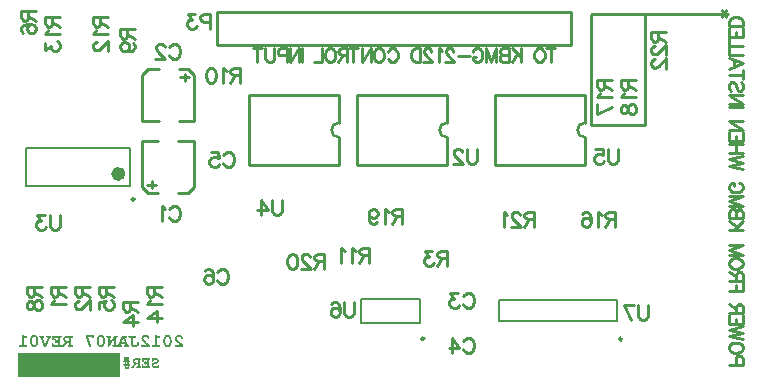
<source format=gbo>
%FSAX24Y24*%
%MOIN*%
G70*
G01*
G75*
G04 Layer_Color=32896*
%ADD10R,0.0433X0.0394*%
%ADD11R,0.0787X0.0630*%
%ADD12R,0.0787X0.0787*%
%ADD13C,0.0200*%
%ADD14C,0.0080*%
%ADD15C,0.0100*%
%ADD16O,0.1181X0.0866*%
%ADD17C,0.0650*%
%ADD18R,0.0650X0.0650*%
%ADD19C,0.1000*%
%ADD20C,0.0250*%
%ADD21R,0.0394X0.0433*%
%ADD22R,0.0335X0.0866*%
%ADD23R,0.0700X0.0600*%
G04:AMPARAMS|DCode=24|XSize=60mil|YSize=70mil|CornerRadius=15mil|HoleSize=0mil|Usage=FLASHONLY|Rotation=90.000|XOffset=0mil|YOffset=0mil|HoleType=Round|Shape=RoundedRectangle|*
%AMROUNDEDRECTD24*
21,1,0.0600,0.0400,0,0,90.0*
21,1,0.0300,0.0700,0,0,90.0*
1,1,0.0300,0.0200,0.0150*
1,1,0.0300,0.0200,-0.0150*
1,1,0.0300,-0.0200,-0.0150*
1,1,0.0300,-0.0200,0.0150*
%
%ADD24ROUNDEDRECTD24*%
%ADD25O,0.0236X0.0866*%
%ADD26O,0.0236X0.0748*%
%ADD27O,0.0236X0.0591*%
%ADD28C,0.0098*%
%ADD29C,0.0079*%
%ADD30C,0.0059*%
%ADD31R,0.0748X0.1614*%
%ADD32C,0.0236*%
%ADD33R,0.3400X0.0800*%
G36*
X013169Y011800D02*
X013179Y011798D01*
X013190Y011795D01*
X013199Y011792D01*
X013209Y011788D01*
X013217Y011782D01*
X013224Y011778D01*
X013231Y011772D01*
X013237Y011767D01*
X013241Y011762D01*
X013246Y011758D01*
X013249Y011753D01*
X013253Y011750D01*
X013255Y011747D01*
X013255Y011745D01*
X013256Y011744D01*
X013262Y011734D01*
X013267Y011724D01*
X013272Y011713D01*
X013276Y011703D01*
X013282Y011684D01*
X013286Y011666D01*
X013288Y011658D01*
X013289Y011651D01*
X013289Y011644D01*
X013290Y011639D01*
X013291Y011635D01*
Y011632D01*
Y011630D01*
Y011629D01*
Y011562D01*
X013290Y011543D01*
X013287Y011526D01*
X013283Y011510D01*
X013279Y011496D01*
X013277Y011490D01*
X013275Y011485D01*
X013273Y011480D01*
X013271Y011476D01*
X013270Y011473D01*
X013269Y011470D01*
X013268Y011469D01*
Y011468D01*
X013259Y011453D01*
X013251Y011440D01*
X013242Y011429D01*
X013235Y011421D01*
X013229Y011415D01*
X013223Y011411D01*
X013221Y011408D01*
X013219Y011407D01*
X013209Y011402D01*
X013199Y011398D01*
X013188Y011395D01*
X013178Y011393D01*
X013169Y011392D01*
X013162Y011391D01*
X013156D01*
X013144Y011392D01*
X013133Y011394D01*
X013123Y011397D01*
X013113Y011400D01*
X013104Y011404D01*
X013095Y011409D01*
X013088Y011413D01*
X013081Y011419D01*
X013075Y011424D01*
X013071Y011429D01*
X013066Y011433D01*
X013063Y011437D01*
X013060Y011441D01*
X013058Y011444D01*
X013057Y011445D01*
X013056Y011446D01*
X013050Y011457D01*
X013044Y011467D01*
X013040Y011477D01*
X013036Y011487D01*
X013030Y011507D01*
X013026Y011525D01*
X013024Y011533D01*
X013023Y011540D01*
X013022Y011546D01*
X013022Y011552D01*
X013021Y011556D01*
Y011559D01*
Y011561D01*
Y011562D01*
Y011629D01*
X013022Y011648D01*
X013025Y011665D01*
X013028Y011681D01*
X013033Y011695D01*
X013035Y011701D01*
X013038Y011706D01*
X013040Y011711D01*
X013041Y011716D01*
X013043Y011718D01*
X013044Y011721D01*
X013045Y011722D01*
Y011723D01*
X013050Y011731D01*
X013054Y011738D01*
X013062Y011752D01*
X013071Y011762D01*
X013078Y011770D01*
X013085Y011776D01*
X013089Y011780D01*
X013093Y011783D01*
X013094Y011784D01*
X013104Y011789D01*
X013115Y011793D01*
X013125Y011796D01*
X013135Y011798D01*
X013143Y011800D01*
X013151Y011800D01*
X013157D01*
X013169Y011800D01*
D02*
G37*
G36*
X010947D02*
X010958Y011798D01*
X010968Y011795D01*
X010978Y011792D01*
X010987Y011788D01*
X010995Y011782D01*
X011002Y011778D01*
X011009Y011772D01*
X011015Y011767D01*
X011020Y011762D01*
X011024Y011758D01*
X011028Y011753D01*
X011031Y011750D01*
X011033Y011747D01*
X011034Y011745D01*
X011034Y011744D01*
X011040Y011734D01*
X011046Y011724D01*
X011050Y011713D01*
X011054Y011703D01*
X011060Y011684D01*
X011064Y011666D01*
X011066Y011658D01*
X011067Y011651D01*
X011068Y011644D01*
X011068Y011639D01*
X011069Y011635D01*
Y011632D01*
Y011630D01*
Y011629D01*
Y011562D01*
X011068Y011543D01*
X011066Y011526D01*
X011062Y011510D01*
X011058Y011496D01*
X011056Y011490D01*
X011054Y011485D01*
X011052Y011480D01*
X011050Y011476D01*
X011048Y011473D01*
X011047Y011470D01*
X011046Y011469D01*
Y011468D01*
X011038Y011453D01*
X011029Y011440D01*
X011020Y011429D01*
X011013Y011421D01*
X011007Y011415D01*
X011002Y011411D01*
X010999Y011408D01*
X010998Y011407D01*
X010988Y011402D01*
X010977Y011398D01*
X010966Y011395D01*
X010956Y011393D01*
X010948Y011392D01*
X010940Y011391D01*
X010934D01*
X010922Y011392D01*
X010911Y011394D01*
X010901Y011397D01*
X010891Y011400D01*
X010882Y011404D01*
X010874Y011409D01*
X010866Y011413D01*
X010860Y011419D01*
X010854Y011424D01*
X010849Y011429D01*
X010844Y011433D01*
X010841Y011437D01*
X010838Y011441D01*
X010836Y011444D01*
X010835Y011445D01*
X010834Y011446D01*
X010828Y011457D01*
X010822Y011467D01*
X010818Y011477D01*
X010814Y011487D01*
X010808Y011507D01*
X010804Y011525D01*
X010802Y011533D01*
X010801Y011540D01*
X010800Y011546D01*
X010800Y011552D01*
X010799Y011556D01*
Y011559D01*
Y011561D01*
Y011562D01*
Y011629D01*
X010800Y011648D01*
X010803Y011665D01*
X010806Y011681D01*
X010811Y011695D01*
X010813Y011701D01*
X010816Y011706D01*
X010818Y011711D01*
X010819Y011716D01*
X010821Y011718D01*
X010822Y011721D01*
X010823Y011722D01*
Y011723D01*
X010828Y011731D01*
X010832Y011738D01*
X010840Y011752D01*
X010849Y011762D01*
X010856Y011770D01*
X010863Y011776D01*
X010868Y011780D01*
X010871Y011783D01*
X010872Y011784D01*
X010882Y011789D01*
X010893Y011793D01*
X010903Y011796D01*
X010913Y011798D01*
X010922Y011800D01*
X010929Y011800D01*
X010935D01*
X010947Y011800D01*
D02*
G37*
G36*
X015391D02*
X015401Y011798D01*
X015412Y011795D01*
X015421Y011792D01*
X015430Y011788D01*
X015438Y011782D01*
X015446Y011778D01*
X015452Y011772D01*
X015458Y011767D01*
X015463Y011762D01*
X015468Y011758D01*
X015471Y011753D01*
X015474Y011750D01*
X015476Y011747D01*
X015477Y011745D01*
X015478Y011744D01*
X015484Y011734D01*
X015489Y011724D01*
X015494Y011713D01*
X015498Y011703D01*
X015504Y011684D01*
X015508Y011666D01*
X015510Y011658D01*
X015510Y011651D01*
X015511Y011644D01*
X015512Y011639D01*
X015512Y011635D01*
Y011632D01*
Y011630D01*
Y011629D01*
Y011562D01*
X015512Y011543D01*
X015509Y011526D01*
X015505Y011510D01*
X015501Y011496D01*
X015499Y011490D01*
X015497Y011485D01*
X015495Y011480D01*
X015493Y011476D01*
X015492Y011473D01*
X015490Y011470D01*
X015490Y011469D01*
Y011468D01*
X015481Y011453D01*
X015472Y011440D01*
X015464Y011429D01*
X015456Y011421D01*
X015450Y011415D01*
X015445Y011411D01*
X015442Y011408D01*
X015441Y011407D01*
X015431Y011402D01*
X015420Y011398D01*
X015410Y011395D01*
X015400Y011393D01*
X015391Y011392D01*
X015384Y011391D01*
X015378D01*
X015366Y011392D01*
X015355Y011394D01*
X015345Y011397D01*
X015335Y011400D01*
X015326Y011404D01*
X015317Y011409D01*
X015310Y011413D01*
X015303Y011419D01*
X015297Y011424D01*
X015293Y011429D01*
X015288Y011433D01*
X015285Y011437D01*
X015281Y011441D01*
X015279Y011444D01*
X015279Y011445D01*
X015278Y011446D01*
X015272Y011457D01*
X015266Y011467D01*
X015261Y011477D01*
X015257Y011487D01*
X015251Y011507D01*
X015247Y011525D01*
X015245Y011533D01*
X015245Y011540D01*
X015244Y011546D01*
X015243Y011552D01*
X015243Y011556D01*
Y011559D01*
Y011561D01*
Y011562D01*
Y011629D01*
X015244Y011648D01*
X015247Y011665D01*
X015250Y011681D01*
X015255Y011695D01*
X015257Y011701D01*
X015259Y011706D01*
X015261Y011711D01*
X015263Y011716D01*
X015265Y011718D01*
X015265Y011721D01*
X015267Y011722D01*
Y011723D01*
X015271Y011731D01*
X015275Y011738D01*
X015284Y011752D01*
X015293Y011762D01*
X015300Y011770D01*
X015307Y011776D01*
X015311Y011780D01*
X015315Y011783D01*
X015316Y011784D01*
X015326Y011789D01*
X015337Y011793D01*
X015347Y011796D01*
X015357Y011798D01*
X015365Y011800D01*
X015373Y011800D01*
X015379D01*
X015391Y011800D01*
D02*
G37*
G36*
X014005Y011765D02*
X014011Y011764D01*
X014017Y011763D01*
X014022Y011762D01*
X014025Y011760D01*
X014027Y011758D01*
X014029Y011758D01*
X014029Y011757D01*
X014033Y011754D01*
X014035Y011750D01*
X014037Y011742D01*
X014038Y011739D01*
X014039Y011737D01*
Y011735D01*
Y011734D01*
X014038Y011730D01*
X014037Y011725D01*
X014034Y011718D01*
X014032Y011715D01*
X014031Y011713D01*
X014030Y011712D01*
X014029Y011712D01*
X014025Y011709D01*
X014020Y011707D01*
X014009Y011705D01*
X014005Y011704D01*
X014001Y011704D01*
X013956D01*
X014053Y011462D01*
X014061Y011461D01*
X014067Y011461D01*
X014073Y011459D01*
X014078Y011458D01*
X014081Y011456D01*
X014083Y011455D01*
X014084Y011454D01*
X014085Y011453D01*
X014088Y011450D01*
X014090Y011446D01*
X014093Y011439D01*
X014094Y011435D01*
X014094Y011433D01*
Y011431D01*
Y011431D01*
X014094Y011426D01*
X014093Y011421D01*
X014090Y011414D01*
X014088Y011411D01*
X014086Y011409D01*
X014086Y011409D01*
X014085Y011408D01*
X014081Y011405D01*
X014076Y011403D01*
X014065Y011401D01*
X014061Y011401D01*
X014057Y011400D01*
X013971D01*
X013963Y011401D01*
X013956Y011401D01*
X013950Y011403D01*
X013945Y011404D01*
X013942Y011405D01*
X013940Y011407D01*
X013939Y011408D01*
X013938D01*
X013935Y011411D01*
X013932Y011415D01*
X013931Y011419D01*
X013929Y011423D01*
X013929Y011426D01*
X013928Y011429D01*
Y011430D01*
Y011431D01*
X013929Y011436D01*
X013929Y011440D01*
X013933Y011447D01*
X013935Y011450D01*
X013937Y011452D01*
X013937Y011453D01*
X013938Y011453D01*
X013942Y011456D01*
X013947Y011459D01*
X013958Y011461D01*
X013963Y011461D01*
X013967Y011462D01*
X013986D01*
X013971Y011499D01*
X013822D01*
X013807Y011462D01*
X013822D01*
X013830Y011461D01*
X013837Y011461D01*
X013843Y011459D01*
X013847Y011458D01*
X013851Y011456D01*
X013853Y011455D01*
X013854Y011454D01*
X013855Y011453D01*
X013858Y011450D01*
X013860Y011446D01*
X013863Y011439D01*
X013863Y011435D01*
X013864Y011433D01*
Y011431D01*
Y011431D01*
X013863Y011426D01*
X013863Y011421D01*
X013859Y011414D01*
X013857Y011411D01*
X013856Y011409D01*
X013855Y011409D01*
X013855Y011408D01*
X013851Y011405D01*
X013845Y011403D01*
X013835Y011401D01*
X013830Y011401D01*
X013826Y011400D01*
X013740D01*
X013732Y011401D01*
X013726Y011401D01*
X013720Y011403D01*
X013715Y011404D01*
X013712Y011405D01*
X013710Y011407D01*
X013708Y011408D01*
X013708D01*
X013704Y011411D01*
X013703Y011414D01*
X013701Y011411D01*
X013700Y011409D01*
X013699Y011409D01*
X013698Y011408D01*
X013694Y011405D01*
X013689Y011403D01*
X013678Y011401D01*
X013674Y011401D01*
X013670Y011400D01*
X013581D01*
X013573Y011401D01*
X013566Y011401D01*
X013561Y011403D01*
X013556Y011404D01*
X013553Y011405D01*
X013551Y011407D01*
X013550Y011408D01*
X013549D01*
X013546Y011411D01*
X013543Y011415D01*
X013542Y011419D01*
X013540Y011423D01*
X013540Y011426D01*
X013539Y011429D01*
Y011430D01*
Y011431D01*
X013540Y011436D01*
X013540Y011440D01*
X013544Y011447D01*
X013546Y011450D01*
X013548Y011452D01*
X013548Y011453D01*
X013549Y011453D01*
X013553Y011456D01*
X013558Y011459D01*
X013568Y011461D01*
X013573Y011461D01*
X013577Y011462D01*
X013604D01*
Y011648D01*
X013444Y011400D01*
X013383D01*
Y011704D01*
X013375Y011704D01*
X013369Y011705D01*
X013363Y011706D01*
X013359Y011708D01*
X013355Y011709D01*
X013353Y011710D01*
X013352Y011712D01*
X013351D01*
X013348Y011715D01*
X013345Y011719D01*
X013344Y011723D01*
X013343Y011726D01*
X013342Y011730D01*
X013341Y011732D01*
Y011734D01*
Y011734D01*
X013342Y011740D01*
X013343Y011744D01*
X013346Y011751D01*
X013348Y011754D01*
X013350Y011756D01*
X013351Y011756D01*
X013351Y011757D01*
X013355Y011760D01*
X013360Y011762D01*
X013371Y011764D01*
X013375Y011765D01*
X013379Y011766D01*
X013468D01*
X013476Y011765D01*
X013482Y011764D01*
X013488Y011763D01*
X013493Y011762D01*
X013496Y011760D01*
X013498Y011758D01*
X013500Y011758D01*
X013500Y011757D01*
X013504Y011754D01*
X013506Y011750D01*
X013508Y011742D01*
X013509Y011739D01*
X013510Y011737D01*
Y011735D01*
Y011734D01*
X013509Y011730D01*
X013508Y011725D01*
X013505Y011718D01*
X013503Y011715D01*
X013502Y011713D01*
X013501Y011712D01*
X013500Y011712D01*
X013496Y011709D01*
X013491Y011707D01*
X013480Y011705D01*
X013476Y011704D01*
X013472Y011704D01*
X013445D01*
Y011517D01*
X013604Y011766D01*
X013675D01*
X013683Y011765D01*
X013690Y011764D01*
X013696Y011763D01*
X013700Y011762D01*
X013704Y011760D01*
X013706Y011758D01*
X013707Y011758D01*
X013708Y011757D01*
X013711Y011754D01*
X013713Y011750D01*
X013716Y011742D01*
X013716Y011739D01*
X013717Y011737D01*
Y011735D01*
Y011734D01*
X013716Y011730D01*
X013716Y011725D01*
X013712Y011718D01*
X013710Y011715D01*
X013709Y011713D01*
X013708Y011712D01*
X013708Y011712D01*
X013704Y011709D01*
X013698Y011707D01*
X013688Y011705D01*
X013683Y011704D01*
X013679Y011704D01*
X013666D01*
Y011462D01*
X013674Y011461D01*
X013680Y011461D01*
X013686Y011459D01*
X013691Y011458D01*
X013694Y011456D01*
X013696Y011455D01*
X013698Y011454D01*
X013698Y011453D01*
X013702Y011450D01*
X013703Y011447D01*
X013704Y011449D01*
X013707Y011452D01*
X013709Y011454D01*
X013710Y011455D01*
X013711Y011456D01*
X013714Y011458D01*
X013718Y011459D01*
X013723Y011461D01*
X013728Y011461D01*
X013732Y011462D01*
X013740D01*
X013863Y011766D01*
X013997D01*
X014005Y011765D01*
D02*
G37*
G36*
X012187D02*
X012194Y011764D01*
X012200Y011763D01*
X012204Y011762D01*
X012208Y011760D01*
X012210Y011758D01*
X012211Y011758D01*
X012212Y011757D01*
X012215Y011754D01*
X012217Y011750D01*
X012220Y011742D01*
X012220Y011739D01*
X012221Y011737D01*
Y011735D01*
Y011734D01*
X012220Y011730D01*
X012220Y011725D01*
X012216Y011718D01*
X012214Y011715D01*
X012213Y011713D01*
X012212Y011712D01*
X012212Y011712D01*
X012208Y011709D01*
X012202Y011707D01*
X012192Y011705D01*
X012187Y011704D01*
X012183Y011704D01*
X012170D01*
Y011462D01*
X012179D01*
X012187Y011461D01*
X012194Y011461D01*
X012200Y011459D01*
X012204Y011458D01*
X012208Y011456D01*
X012210Y011455D01*
X012211Y011454D01*
X012212Y011453D01*
X012215Y011450D01*
X012217Y011446D01*
X012220Y011439D01*
X012220Y011435D01*
X012221Y011433D01*
Y011431D01*
Y011431D01*
X012220Y011426D01*
X012220Y011421D01*
X012216Y011414D01*
X012214Y011411D01*
X012213Y011409D01*
X012212Y011409D01*
X012212Y011408D01*
X012208Y011405D01*
X012202Y011403D01*
X012192Y011401D01*
X012187Y011401D01*
X012183Y011400D01*
X012085D01*
X012077Y011401D01*
X012070Y011401D01*
X012065Y011403D01*
X012061Y011404D01*
X012057Y011405D01*
X012055Y011407D01*
X012054Y011408D01*
X012053D01*
X012050Y011411D01*
X012047Y011415D01*
X012046Y011419D01*
X012045Y011423D01*
X012044Y011426D01*
X012043Y011429D01*
Y011430D01*
Y011431D01*
X012044Y011436D01*
X012045Y011440D01*
X012048Y011447D01*
X012050Y011450D01*
X012052Y011452D01*
X012053Y011453D01*
X012053Y011453D01*
X012057Y011456D01*
X012062Y011459D01*
X012072Y011461D01*
X012077Y011461D01*
X012081Y011462D01*
X012108D01*
Y011539D01*
X012047D01*
X012038Y011534D01*
X012028Y011527D01*
X012017Y011517D01*
X012007Y011507D01*
X011997Y011497D01*
X011987Y011485D01*
X011967Y011461D01*
X011958Y011449D01*
X011949Y011438D01*
X011942Y011427D01*
X011936Y011419D01*
X011931Y011411D01*
X011927Y011405D01*
X011924Y011401D01*
X011923Y011401D01*
Y011400D01*
X011892D01*
X011884Y011401D01*
X011877Y011401D01*
X011871Y011403D01*
X011867Y011404D01*
X011863Y011405D01*
X011861Y011407D01*
X011860Y011408D01*
X011859D01*
X011856Y011411D01*
X011853Y011415D01*
X011852Y011419D01*
X011851Y011423D01*
X011850Y011426D01*
X011849Y011421D01*
X011846Y011414D01*
X011844Y011411D01*
X011843Y011409D01*
X011842Y011409D01*
X011841Y011408D01*
X011837Y011405D01*
X011832Y011403D01*
X011821Y011401D01*
X011817Y011401D01*
X011813Y011400D01*
X011518D01*
Y011495D01*
X011519Y011503D01*
X011520Y011510D01*
X011521Y011515D01*
X011522Y011520D01*
X011524Y011523D01*
X011526Y011525D01*
X011526Y011527D01*
X011527Y011527D01*
X011530Y011531D01*
X011534Y011533D01*
X011538Y011535D01*
X011542Y011536D01*
X011545Y011537D01*
X011547Y011537D01*
X011550D01*
X011554Y011537D01*
X011559Y011536D01*
X011566Y011533D01*
X011569Y011531D01*
X011571Y011529D01*
X011572Y011528D01*
X011572Y011527D01*
X011575Y011523D01*
X011577Y011519D01*
X011579Y011508D01*
X011580Y011503D01*
X011580Y011499D01*
Y011497D01*
Y011495D01*
Y011462D01*
X011738D01*
Y011553D01*
X011684D01*
Y011545D01*
X011683Y011538D01*
X011682Y011533D01*
X011681Y011529D01*
X011680Y011527D01*
X011679Y011525D01*
X011678Y011523D01*
X011674Y011519D01*
X011670Y011516D01*
X011665Y011514D01*
X011662Y011512D01*
X011658Y011511D01*
X011656Y011511D01*
X011653D01*
X011648Y011511D01*
X011643Y011513D01*
X011635Y011517D01*
X011632Y011519D01*
X011630Y011521D01*
X011628Y011523D01*
X011628Y011523D01*
X011626Y011527D01*
X011624Y011531D01*
X011623Y011535D01*
X011622Y011540D01*
X011622Y011545D01*
Y011549D01*
Y011552D01*
Y011553D01*
Y011614D01*
X011622Y011622D01*
X011623Y011629D01*
X011624Y011634D01*
X011626Y011639D01*
X011628Y011642D01*
X011629Y011644D01*
X011630Y011646D01*
X011630Y011646D01*
X011634Y011650D01*
X011638Y011652D01*
X011641Y011654D01*
X011645Y011655D01*
X011648Y011656D01*
X011650Y011656D01*
X011653D01*
X011658Y011656D01*
X011663Y011654D01*
X011671Y011650D01*
X011674Y011647D01*
X011676Y011645D01*
X011678Y011644D01*
X011678Y011643D01*
X011680Y011640D01*
X011682Y011636D01*
X011683Y011626D01*
X011684Y011622D01*
Y011618D01*
Y011616D01*
Y011614D01*
X011738D01*
Y011704D01*
X011593D01*
Y011672D01*
X011592Y011664D01*
X011592Y011657D01*
X011590Y011651D01*
X011589Y011646D01*
X011588Y011643D01*
X011586Y011641D01*
X011585Y011640D01*
Y011639D01*
X011582Y011636D01*
X011578Y011634D01*
X011570Y011631D01*
X011567Y011630D01*
X011564Y011630D01*
X011562D01*
X011557Y011630D01*
X011553Y011631D01*
X011546Y011634D01*
X011543Y011636D01*
X011541Y011638D01*
X011540Y011638D01*
X011540Y011639D01*
X011537Y011643D01*
X011534Y011648D01*
X011532Y011659D01*
X011532Y011664D01*
X011531Y011668D01*
Y011671D01*
Y011672D01*
Y011765D01*
X011809Y011766D01*
X011817Y011765D01*
X011823Y011764D01*
X011829Y011763D01*
X011834Y011762D01*
X011837Y011760D01*
X011839Y011758D01*
X011841Y011758D01*
X011841Y011757D01*
X011845Y011754D01*
X011847Y011750D01*
X011849Y011742D01*
X011850Y011739D01*
X011851Y011737D01*
Y011735D01*
Y011734D01*
X011850Y011730D01*
X011849Y011725D01*
X011846Y011718D01*
X011844Y011715D01*
X011843Y011713D01*
X011842Y011712D01*
X011841Y011712D01*
X011837Y011709D01*
X011832Y011707D01*
X011821Y011705D01*
X011817Y011704D01*
X011813Y011704D01*
X011799D01*
Y011462D01*
X011809D01*
X011817Y011461D01*
X011823Y011461D01*
X011829Y011459D01*
X011834Y011458D01*
X011837Y011456D01*
X011839Y011455D01*
X011841Y011454D01*
X011841Y011453D01*
X011845Y011450D01*
X011847Y011446D01*
X011849Y011439D01*
X011850Y011436D01*
X011850Y011436D01*
X011851Y011441D01*
X011855Y011449D01*
X011858Y011452D01*
X011860Y011454D01*
X011861Y011455D01*
X011862Y011456D01*
X011865Y011458D01*
X011869Y011459D01*
X011879Y011461D01*
X011884Y011462D01*
X011892D01*
X011900Y011475D01*
X011907Y011485D01*
X011914Y011495D01*
X011919Y011502D01*
X011923Y011508D01*
X011927Y011512D01*
X011929Y011515D01*
X011929Y011515D01*
X011937Y011525D01*
X011945Y011533D01*
X011952Y011541D01*
X011959Y011547D01*
X011964Y011552D01*
X011968Y011556D01*
X011971Y011558D01*
X011971Y011559D01*
X011959Y011566D01*
X011949Y011573D01*
X011940Y011580D01*
X011933Y011586D01*
X011927Y011592D01*
X011923Y011596D01*
X011921Y011599D01*
X011920Y011600D01*
X011914Y011610D01*
X011910Y011619D01*
X011907Y011628D01*
X011905Y011636D01*
X011903Y011643D01*
X011903Y011649D01*
Y011652D01*
Y011654D01*
X011903Y011662D01*
X011904Y011670D01*
X011908Y011686D01*
X011914Y011699D01*
X011921Y011711D01*
X011927Y011720D01*
X011933Y011727D01*
X011935Y011730D01*
X011937Y011732D01*
X011938Y011732D01*
X011939Y011733D01*
X011946Y011739D01*
X011953Y011744D01*
X011961Y011748D01*
X011969Y011752D01*
X011987Y011758D01*
X012003Y011762D01*
X012011Y011763D01*
X012017Y011764D01*
X012024Y011765D01*
X012029D01*
X012034Y011766D01*
X012179D01*
X012187Y011765D01*
D02*
G37*
G36*
X014779Y011013D02*
X014784Y011012D01*
X014789Y011011D01*
X014793Y011010D01*
X014796Y011008D01*
X014798Y011007D01*
X014799Y011007D01*
X014800Y011006D01*
X014803Y011003D01*
X014804Y011000D01*
X014807Y010993D01*
X014807Y010991D01*
X014808Y010989D01*
Y010987D01*
Y010987D01*
X014807Y010983D01*
X014807Y010979D01*
X014804Y010972D01*
X014802Y010970D01*
X014801Y010968D01*
X014800Y010968D01*
X014800Y010967D01*
X014796Y010965D01*
X014792Y010963D01*
X014783Y010962D01*
X014779Y010961D01*
X014775Y010960D01*
X014764D01*
Y010753D01*
X014772D01*
X014779Y010753D01*
X014784Y010752D01*
X014789Y010751D01*
X014793Y010750D01*
X014796Y010748D01*
X014798Y010747D01*
X014799Y010746D01*
X014800Y010746D01*
X014803Y010743D01*
X014804Y010739D01*
X014807Y010733D01*
X014807Y010730D01*
X014808Y010729D01*
Y010727D01*
Y010726D01*
X014807Y010722D01*
X014807Y010718D01*
X014804Y010712D01*
X014802Y010710D01*
X014801Y010708D01*
X014800Y010707D01*
X014800Y010707D01*
X014796Y010705D01*
X014792Y010703D01*
X014783Y010701D01*
X014779Y010701D01*
X014775Y010700D01*
X014523D01*
Y010782D01*
X014523Y010789D01*
X014524Y010794D01*
X014525Y010799D01*
X014526Y010803D01*
X014528Y010806D01*
X014529Y010807D01*
X014530Y010808D01*
X014530Y010809D01*
X014533Y010812D01*
X014536Y010814D01*
X014539Y010815D01*
X014543Y010816D01*
X014546Y010817D01*
X014547Y010818D01*
X014550D01*
X014554Y010817D01*
X014558Y010816D01*
X014564Y010814D01*
X014566Y010812D01*
X014568Y010810D01*
X014568Y010810D01*
X014569Y010809D01*
X014571Y010806D01*
X014573Y010802D01*
X014575Y010792D01*
X014575Y010789D01*
X014576Y010785D01*
Y010783D01*
Y010782D01*
Y010753D01*
X014711D01*
Y010831D01*
X014664D01*
Y010824D01*
X014664Y010818D01*
X014663Y010814D01*
X014662Y010811D01*
X014661Y010808D01*
X014660Y010807D01*
X014660Y010806D01*
X014656Y010802D01*
X014652Y010799D01*
X014648Y010798D01*
X014645Y010796D01*
X014643Y010795D01*
X014640Y010795D01*
X014638D01*
X014633Y010795D01*
X014629Y010797D01*
X014623Y010800D01*
X014620Y010802D01*
X014618Y010804D01*
X014617Y010805D01*
X014616Y010806D01*
X014615Y010808D01*
X014614Y010812D01*
X014612Y010816D01*
X014612Y010820D01*
X014611Y010824D01*
Y010827D01*
Y010830D01*
Y010831D01*
Y010884D01*
X014612Y010891D01*
X014612Y010896D01*
X014614Y010901D01*
X014615Y010905D01*
X014616Y010908D01*
X014618Y010910D01*
X014618Y010911D01*
X014619Y010911D01*
X014621Y010914D01*
X014625Y010916D01*
X014628Y010918D01*
X014631Y010919D01*
X014634Y010919D01*
X014636Y010920D01*
X014638D01*
X014643Y010919D01*
X014647Y010918D01*
X014653Y010914D01*
X014656Y010912D01*
X014658Y010910D01*
X014659Y010909D01*
X014660Y010908D01*
X014661Y010906D01*
X014663Y010903D01*
X014664Y010894D01*
X014664Y010890D01*
Y010887D01*
Y010885D01*
Y010884D01*
X014711D01*
Y010960D01*
X014587D01*
Y010933D01*
X014586Y010926D01*
X014586Y010920D01*
X014584Y010915D01*
X014583Y010911D01*
X014582Y010908D01*
X014581Y010907D01*
X014580Y010906D01*
Y010905D01*
X014577Y010902D01*
X014574Y010900D01*
X014567Y010898D01*
X014564Y010898D01*
X014562Y010897D01*
X014560D01*
X014556Y010898D01*
X014552Y010898D01*
X014546Y010901D01*
X014544Y010903D01*
X014542Y010904D01*
X014542Y010904D01*
X014541Y010905D01*
X014539Y010908D01*
X014536Y010913D01*
X014535Y010922D01*
X014534Y010926D01*
X014534Y010930D01*
Y010932D01*
Y010933D01*
Y011013D01*
X014772Y011013D01*
X014779Y011013D01*
D02*
G37*
G36*
X014461D02*
X014467Y011012D01*
X014472Y011011D01*
X014476Y011010D01*
X014479Y011008D01*
X014480Y011007D01*
X014482Y011007D01*
X014482Y011006D01*
X014485Y011003D01*
X014487Y011000D01*
X014489Y010993D01*
X014490Y010991D01*
X014490Y010989D01*
Y010987D01*
Y010987D01*
X014490Y010983D01*
X014489Y010979D01*
X014486Y010972D01*
X014484Y010970D01*
X014483Y010968D01*
X014483Y010968D01*
X014482Y010967D01*
X014479Y010965D01*
X014474Y010963D01*
X014465Y010962D01*
X014461Y010961D01*
X014458Y010960D01*
X014446D01*
Y010753D01*
X014454D01*
X014461Y010753D01*
X014467Y010752D01*
X014472Y010751D01*
X014476Y010750D01*
X014479Y010748D01*
X014480Y010747D01*
X014482Y010746D01*
X014482Y010746D01*
X014485Y010743D01*
X014487Y010739D01*
X014489Y010733D01*
X014490Y010730D01*
X014490Y010729D01*
Y010727D01*
Y010726D01*
X014490Y010722D01*
X014489Y010718D01*
X014486Y010712D01*
X014484Y010710D01*
X014483Y010708D01*
X014483Y010707D01*
X014482Y010707D01*
X014479Y010705D01*
X014474Y010703D01*
X014465Y010701D01*
X014461Y010701D01*
X014458Y010700D01*
X014374D01*
X014367Y010701D01*
X014361Y010701D01*
X014357Y010702D01*
X014353Y010703D01*
X014350Y010705D01*
X014348Y010706D01*
X014347Y010707D01*
X014346D01*
X014343Y010710D01*
X014341Y010713D01*
X014340Y010717D01*
X014339Y010719D01*
X014338Y010722D01*
X014338Y010725D01*
Y010726D01*
Y010726D01*
X014338Y010731D01*
X014339Y010734D01*
X014342Y010741D01*
X014343Y010743D01*
X014345Y010745D01*
X014346Y010745D01*
X014346Y010746D01*
X014350Y010748D01*
X014354Y010750D01*
X014363Y010752D01*
X014367Y010753D01*
X014370Y010753D01*
X014393D01*
Y010819D01*
X014341D01*
X014333Y010815D01*
X014325Y010808D01*
X014315Y010800D01*
X014307Y010792D01*
X014298Y010783D01*
X014289Y010773D01*
X014272Y010752D01*
X014265Y010742D01*
X014257Y010733D01*
X014251Y010723D01*
X014246Y010716D01*
X014241Y010709D01*
X014238Y010705D01*
X014236Y010701D01*
X014235Y010701D01*
Y010700D01*
X014208D01*
X014201Y010701D01*
X014196Y010701D01*
X014190Y010702D01*
X014186Y010703D01*
X014184Y010705D01*
X014182Y010706D01*
X014181Y010707D01*
X014180D01*
X014177Y010710D01*
X014175Y010713D01*
X014174Y010717D01*
X014173Y010719D01*
X014172Y010722D01*
X014172Y010725D01*
Y010726D01*
Y010726D01*
X014172Y010731D01*
X014173Y010735D01*
X014177Y010742D01*
X014179Y010745D01*
X014181Y010746D01*
X014182Y010747D01*
X014182Y010748D01*
X014185Y010750D01*
X014189Y010751D01*
X014197Y010753D01*
X014201Y010753D01*
X014208D01*
X014215Y010764D01*
X014221Y010773D01*
X014227Y010781D01*
X014232Y010787D01*
X014235Y010792D01*
X014238Y010796D01*
X014239Y010798D01*
X014240Y010799D01*
X014247Y010807D01*
X014254Y010814D01*
X014259Y010820D01*
X014265Y010826D01*
X014270Y010830D01*
X014273Y010834D01*
X014275Y010835D01*
X014276Y010836D01*
X014266Y010842D01*
X014257Y010848D01*
X014249Y010854D01*
X014243Y010860D01*
X014238Y010864D01*
X014235Y010868D01*
X014233Y010871D01*
X014232Y010872D01*
X014227Y010880D01*
X014224Y010888D01*
X014221Y010895D01*
X014219Y010903D01*
X014218Y010908D01*
X014217Y010914D01*
Y010916D01*
Y010918D01*
X014218Y010925D01*
X014218Y010932D01*
X014222Y010945D01*
X014227Y010956D01*
X014233Y010967D01*
X014238Y010975D01*
X014244Y010980D01*
X014245Y010983D01*
X014247Y010984D01*
X014247Y010985D01*
X014248Y010985D01*
X014254Y010991D01*
X014261Y010995D01*
X014267Y010999D01*
X014274Y011001D01*
X014289Y011007D01*
X014303Y011010D01*
X014310Y011011D01*
X014315Y011012D01*
X014321Y011013D01*
X014326D01*
X014330Y011013D01*
X014454D01*
X014461Y011013D01*
D02*
G37*
G36*
X014061Y011063D02*
X014066Y011061D01*
X014069Y011059D01*
X014070Y011058D01*
X014070D01*
X014075Y011054D01*
X014078Y011051D01*
X014080Y011047D01*
X014080Y011047D01*
Y011046D01*
X014081Y011044D01*
X014081Y011042D01*
X014082Y011036D01*
Y011034D01*
X014082Y011032D01*
Y011030D01*
Y011029D01*
X014089Y010939D01*
X014102D01*
X014109Y010938D01*
X014114Y010938D01*
X014119Y010936D01*
X014123Y010935D01*
X014126Y010934D01*
X014128Y010932D01*
X014129Y010932D01*
X014129Y010931D01*
X014132Y010928D01*
X014134Y010925D01*
X014136Y010919D01*
X014137Y010916D01*
X014137Y010914D01*
Y010912D01*
Y010912D01*
X014137Y010908D01*
X014136Y010904D01*
X014133Y010898D01*
X014132Y010895D01*
X014130Y010894D01*
X014130Y010893D01*
X014129Y010892D01*
X014126Y010890D01*
X014122Y010888D01*
X014113Y010887D01*
X014108Y010886D01*
X014105Y010886D01*
X014092D01*
X014096Y010828D01*
X014113D01*
X014119Y010827D01*
X014125Y010827D01*
X014129Y010826D01*
X014133Y010824D01*
X014136Y010823D01*
X014138Y010822D01*
X014139Y010821D01*
X014140Y010820D01*
X014142Y010818D01*
X014144Y010814D01*
X014146Y010808D01*
X014147Y010805D01*
X014148Y010803D01*
Y010802D01*
Y010801D01*
X014147Y010797D01*
X014146Y010793D01*
X014144Y010787D01*
X014142Y010785D01*
X014141Y010783D01*
X014140Y010782D01*
X014140Y010782D01*
X014136Y010779D01*
X014132Y010778D01*
X014123Y010776D01*
X014119Y010775D01*
X014116Y010775D01*
X014100D01*
X014106Y010688D01*
Y010683D01*
Y010681D01*
Y010679D01*
Y010678D01*
X014105Y010674D01*
X014105Y010670D01*
X014102Y010664D01*
X014101Y010662D01*
X014100Y010660D01*
X014099Y010659D01*
X014098Y010658D01*
X014096Y010655D01*
X014092Y010654D01*
X014086Y010651D01*
X014084Y010651D01*
X014081Y010650D01*
X014080D01*
X014074Y010651D01*
X014069Y010653D01*
X014066Y010655D01*
X014065Y010655D01*
X014065D01*
X014060Y010659D01*
X014057Y010663D01*
X014056Y010667D01*
X014055Y010667D01*
Y010668D01*
X014054Y010669D01*
X014054Y010671D01*
X014053Y010677D01*
Y010679D01*
X014053Y010682D01*
Y010683D01*
Y010684D01*
X014047Y010775D01*
X014008D01*
X014014Y010688D01*
Y010683D01*
Y010681D01*
Y010679D01*
Y010678D01*
X014013Y010674D01*
X014013Y010670D01*
X014010Y010664D01*
X014009Y010662D01*
X014008Y010660D01*
X014007Y010659D01*
X014007Y010658D01*
X014004Y010655D01*
X014000Y010654D01*
X013995Y010651D01*
X013992Y010651D01*
X013990Y010650D01*
X013988D01*
X013983Y010651D01*
X013979Y010653D01*
X013976Y010654D01*
X013975Y010655D01*
X013970Y010658D01*
X013967Y010662D01*
X013965Y010665D01*
X013965Y010666D01*
X013964Y010671D01*
X013963Y010675D01*
X013962Y010678D01*
X013961Y010681D01*
Y010682D01*
X013961Y010683D01*
Y010684D01*
X013955Y010775D01*
X013941D01*
X013935Y010775D01*
X013929Y010776D01*
X013924Y010777D01*
X013920Y010778D01*
X013917Y010779D01*
X013916Y010781D01*
X013915Y010782D01*
X013914D01*
X013911Y010785D01*
X013909Y010788D01*
X013907Y010794D01*
X013907Y010797D01*
X013906Y010799D01*
Y010800D01*
Y010801D01*
X013907Y010806D01*
X013907Y010809D01*
X013910Y010815D01*
X013912Y010818D01*
X013913Y010819D01*
X013914Y010820D01*
X013915Y010820D01*
X013918Y010823D01*
X013922Y010825D01*
X013931Y010827D01*
X013935Y010827D01*
X013939Y010828D01*
X013951D01*
X013947Y010886D01*
X013931D01*
X013924Y010886D01*
X013918Y010887D01*
X013913Y010888D01*
X013909Y010889D01*
X013907Y010890D01*
X013905Y010891D01*
X013904Y010892D01*
X013903D01*
X013900Y010895D01*
X013899Y010899D01*
X013896Y010905D01*
X013896Y010908D01*
X013895Y010910D01*
Y010911D01*
Y010912D01*
X013896Y010916D01*
X013896Y010920D01*
X013899Y010926D01*
X013901Y010928D01*
X013903Y010930D01*
X013903Y010931D01*
X013904Y010931D01*
X013907Y010934D01*
X013911Y010936D01*
X013920Y010938D01*
X013924Y010938D01*
X013928Y010939D01*
X013943D01*
X013937Y011025D01*
X013936Y011031D01*
Y011034D01*
Y011035D01*
Y011036D01*
X013937Y011040D01*
X013937Y011044D01*
X013940Y011050D01*
X013942Y011052D01*
X013943Y011054D01*
X013944Y011055D01*
X013944Y011055D01*
X013947Y011058D01*
X013951Y011060D01*
X013956Y011062D01*
X013959Y011063D01*
X013961Y011063D01*
X013963D01*
X013967Y011063D01*
X013971Y011062D01*
X013977Y011059D01*
X013979Y011057D01*
X013981Y011056D01*
X013981Y011056D01*
X013982Y011055D01*
X013984Y011052D01*
X013987Y011048D01*
X013989Y011040D01*
X013989Y011036D01*
X013990Y011032D01*
Y011030D01*
Y011029D01*
X013996Y010939D01*
X014036D01*
X014029Y011025D01*
Y011029D01*
Y011032D01*
Y011034D01*
Y011035D01*
X014030Y011039D01*
X014031Y011043D01*
X014032Y011047D01*
X014033Y011049D01*
X014035Y011052D01*
X014036Y011054D01*
X014037Y011055D01*
X014037Y011055D01*
X014040Y011058D01*
X014043Y011060D01*
X014049Y011062D01*
X014052Y011063D01*
X014054Y011063D01*
X014056D01*
X014061Y011063D01*
D02*
G37*
G36*
X014296Y011765D02*
X014302Y011764D01*
X014308Y011763D01*
X014313Y011762D01*
X014316Y011760D01*
X014318Y011758D01*
X014320Y011758D01*
X014320Y011757D01*
X014324Y011754D01*
X014326Y011750D01*
X014328Y011742D01*
X014329Y011739D01*
X014330Y011737D01*
Y011735D01*
Y011734D01*
X014329Y011730D01*
X014328Y011725D01*
X014325Y011718D01*
X014323Y011715D01*
X014322Y011713D01*
X014321Y011712D01*
X014320Y011712D01*
X014316Y011709D01*
X014311Y011707D01*
X014300Y011705D01*
X014296Y011704D01*
X014292Y011704D01*
X014212D01*
Y011523D01*
Y011517D01*
Y011511D01*
X014213Y011507D01*
Y011503D01*
X014214Y011500D01*
Y011499D01*
X014214Y011497D01*
X014217Y011490D01*
X014221Y011484D01*
X014223Y011481D01*
X014224Y011479D01*
X014225Y011478D01*
X014226Y011477D01*
X014229Y011474D01*
X014234Y011471D01*
X014242Y011465D01*
X014246Y011463D01*
X014249Y011461D01*
X014251Y011461D01*
X014252Y011460D01*
X014258Y011457D01*
X014264Y011456D01*
X014269Y011455D01*
X014274Y011453D01*
X014278D01*
X014282Y011453D01*
X014284D01*
X014296Y011453D01*
X014308Y011456D01*
X014320Y011459D01*
X014332Y011463D01*
X014342Y011467D01*
X014346Y011468D01*
X014349Y011469D01*
X014352Y011471D01*
X014354Y011472D01*
X014356Y011473D01*
X014356D01*
Y011533D01*
X014357Y011541D01*
X014358Y011547D01*
X014359Y011553D01*
X014360Y011557D01*
X014362Y011561D01*
X014364Y011562D01*
X014364Y011564D01*
X014365Y011565D01*
X014368Y011568D01*
X014372Y011571D01*
X014376Y011572D01*
X014380Y011573D01*
X014383Y011574D01*
X014385Y011574D01*
X014388D01*
X014392Y011574D01*
X014397Y011573D01*
X014404Y011570D01*
X014407Y011568D01*
X014409Y011566D01*
X014409Y011565D01*
X014410Y011565D01*
X014413Y011561D01*
X014415Y011556D01*
X014417Y011545D01*
X014417Y011541D01*
X014418Y011537D01*
Y011534D01*
Y011533D01*
Y011431D01*
X014403Y011424D01*
X014389Y011418D01*
X014375Y011413D01*
X014362Y011408D01*
X014351Y011404D01*
X014340Y011401D01*
X014330Y011398D01*
X014321Y011396D01*
X014313Y011394D01*
X014306Y011393D01*
X014300Y011392D01*
X014295Y011391D01*
X014292Y011391D01*
X014286D01*
X014272Y011391D01*
X014260Y011393D01*
X014248Y011397D01*
X014236Y011400D01*
X014228Y011403D01*
X014221Y011407D01*
X014218Y011407D01*
X014216Y011409D01*
X014216Y011409D01*
X014215D01*
X014203Y011417D01*
X014192Y011425D01*
X014183Y011433D01*
X014176Y011442D01*
X014170Y011449D01*
X014166Y011455D01*
X014163Y011459D01*
X014162Y011459D01*
Y011460D01*
X014158Y011469D01*
X014156Y011477D01*
X014153Y011487D01*
X014152Y011496D01*
X014151Y011504D01*
X014150Y011511D01*
Y011513D01*
Y011515D01*
Y011516D01*
Y011517D01*
Y011704D01*
X014114D01*
X014106Y011704D01*
X014100Y011705D01*
X014094Y011706D01*
X014090Y011708D01*
X014086Y011709D01*
X014084Y011710D01*
X014083Y011712D01*
X014082D01*
X014079Y011715D01*
X014076Y011719D01*
X014075Y011723D01*
X014074Y011726D01*
X014073Y011730D01*
X014073Y011732D01*
Y011734D01*
Y011734D01*
X014073Y011740D01*
X014074Y011744D01*
X014077Y011751D01*
X014079Y011754D01*
X014081Y011756D01*
X014082Y011756D01*
X014082Y011757D01*
X014086Y011760D01*
X014091Y011762D01*
X014102Y011764D01*
X014106Y011765D01*
X014110Y011766D01*
X014288D01*
X014296Y011765D01*
D02*
G37*
G36*
X014984Y011021D02*
X014993Y011020D01*
X015009Y011017D01*
X015023Y011012D01*
X015030Y011009D01*
X015035Y011007D01*
X015041Y011004D01*
X015045Y011001D01*
X015049Y010999D01*
X015052Y010997D01*
X015054Y010995D01*
X015056Y010993D01*
X015057Y010993D01*
X015058Y010992D01*
X015063Y010987D01*
X015068Y010982D01*
X015072Y010976D01*
X015076Y010970D01*
X015082Y010959D01*
X015085Y010948D01*
X015087Y010940D01*
X015088Y010936D01*
X015089Y010932D01*
X015089Y010930D01*
Y010928D01*
Y010927D01*
Y010926D01*
X015089Y010918D01*
X015087Y010909D01*
X015085Y010902D01*
X015083Y010895D01*
X015081Y010889D01*
X015078Y010884D01*
X015077Y010882D01*
X015077Y010881D01*
X015071Y010874D01*
X015066Y010867D01*
X015059Y010862D01*
X015054Y010858D01*
X015049Y010854D01*
X015045Y010851D01*
X015042Y010850D01*
X015041Y010849D01*
X015032Y010845D01*
X015022Y010841D01*
X015011Y010838D01*
X015000Y010835D01*
X014991Y010833D01*
X014987Y010832D01*
X014983Y010831D01*
X014980Y010830D01*
X014978D01*
X014977Y010830D01*
X014976D01*
X014970Y010828D01*
X014964Y010827D01*
X014954Y010825D01*
X014946Y010823D01*
X014940Y010822D01*
X014935Y010821D01*
X014932Y010820D01*
X014930Y010819D01*
X014930D01*
X014925Y010817D01*
X014920Y010815D01*
X014916Y010812D01*
X014913Y010810D01*
X014910Y010808D01*
X014909Y010806D01*
X014908Y010805D01*
X014908Y010804D01*
X014905Y010801D01*
X014903Y010798D01*
X014901Y010792D01*
X014901Y010790D01*
X014900Y010788D01*
Y010787D01*
Y010786D01*
X014901Y010781D01*
X014902Y010776D01*
X014905Y010772D01*
X014908Y010769D01*
X014910Y010766D01*
X014913Y010763D01*
X014914Y010762D01*
X014915Y010762D01*
X014924Y010756D01*
X014933Y010752D01*
X014943Y010749D01*
X014952Y010747D01*
X014960Y010746D01*
X014967Y010745D01*
X014973D01*
X014981Y010746D01*
X014989Y010746D01*
X014996Y010747D01*
X015002Y010749D01*
X015007Y010751D01*
X015011Y010752D01*
X015013Y010753D01*
X015014Y010753D01*
X015021Y010756D01*
X015026Y010759D01*
X015031Y010762D01*
X015034Y010764D01*
X015037Y010766D01*
X015039Y010768D01*
X015040Y010769D01*
X015041Y010769D01*
X015042Y010771D01*
X015043Y010773D01*
X015046Y010778D01*
X015047Y010781D01*
X015047Y010783D01*
X015048Y010784D01*
Y010785D01*
X015049Y010789D01*
X015051Y010792D01*
X015054Y010797D01*
X015057Y010800D01*
X015057Y010801D01*
X015058D01*
X015063Y010804D01*
X015068Y010806D01*
X015070Y010806D01*
X015073D01*
X015078Y010806D01*
X015082Y010805D01*
X015085Y010803D01*
X015088Y010802D01*
X015090Y010800D01*
X015092Y010799D01*
X015093Y010798D01*
X015093Y010798D01*
X015095Y010794D01*
X015097Y010790D01*
X015099Y010781D01*
X015099Y010777D01*
X015100Y010774D01*
Y010771D01*
Y010771D01*
Y010735D01*
X015099Y010729D01*
X015099Y010723D01*
X015098Y010718D01*
X015097Y010714D01*
X015095Y010711D01*
X015094Y010710D01*
X015093Y010709D01*
Y010708D01*
X015090Y010705D01*
X015087Y010703D01*
X015081Y010701D01*
X015078Y010701D01*
X015075Y010700D01*
X015073D01*
X015069Y010701D01*
X015066Y010701D01*
X015064Y010702D01*
X015063Y010702D01*
X015062Y010703D01*
X015059Y010705D01*
X015055Y010709D01*
X015053Y010712D01*
X015052Y010713D01*
X015051Y010713D01*
X015037Y010706D01*
X015030Y010703D01*
X015024Y010701D01*
X015019Y010699D01*
X015015Y010698D01*
X015013Y010697D01*
X015011D01*
X014996Y010694D01*
X014989Y010693D01*
X014982Y010693D01*
X014977D01*
X014972Y010692D01*
X014969D01*
X014958Y010693D01*
X014948Y010693D01*
X014939Y010695D01*
X014930Y010697D01*
X014922Y010699D01*
X014914Y010702D01*
X014907Y010705D01*
X014900Y010707D01*
X014894Y010710D01*
X014889Y010713D01*
X014885Y010716D01*
X014882Y010718D01*
X014879Y010720D01*
X014877Y010722D01*
X014876Y010722D01*
X014875Y010723D01*
X014870Y010727D01*
X014866Y010733D01*
X014862Y010737D01*
X014859Y010743D01*
X014854Y010753D01*
X014850Y010763D01*
X014849Y010772D01*
X014848Y010776D01*
Y010779D01*
X014847Y010782D01*
Y010784D01*
Y010785D01*
Y010786D01*
X014848Y010796D01*
X014849Y010805D01*
X014852Y010813D01*
X014854Y010820D01*
X014857Y010826D01*
X014860Y010831D01*
X014861Y010833D01*
X014862Y010834D01*
X014868Y010842D01*
X014874Y010848D01*
X014880Y010853D01*
X014885Y010857D01*
X014890Y010860D01*
X014894Y010863D01*
X014897Y010864D01*
X014898Y010864D01*
X014908Y010868D01*
X014917Y010871D01*
X014928Y010874D01*
X014938Y010877D01*
X014946Y010879D01*
X014950Y010880D01*
X014954Y010881D01*
X014957Y010882D01*
X014959D01*
X014960Y010882D01*
X014961D01*
X014968Y010884D01*
X014974Y010885D01*
X014980Y010886D01*
X014985Y010887D01*
X014990Y010888D01*
X014994Y010890D01*
X015001Y010891D01*
X015005Y010892D01*
X015008Y010893D01*
X015009Y010894D01*
X015010D01*
X015014Y010896D01*
X015018Y010898D01*
X015022Y010900D01*
X015025Y010903D01*
X015027Y010904D01*
X015029Y010906D01*
X015029Y010907D01*
X015030Y010908D01*
X015032Y010911D01*
X015033Y010915D01*
X015035Y010921D01*
Y010923D01*
X015036Y010925D01*
Y010926D01*
Y010927D01*
X015035Y010932D01*
X015033Y010938D01*
X015031Y010942D01*
X015027Y010946D01*
X015025Y010950D01*
X015022Y010952D01*
X015020Y010954D01*
X015019Y010955D01*
X015013Y010959D01*
X015005Y010963D01*
X014998Y010965D01*
X014991Y010967D01*
X014984Y010968D01*
X014979Y010968D01*
X014968D01*
X014961Y010967D01*
X014955Y010966D01*
X014950Y010965D01*
X014946Y010964D01*
X014943Y010963D01*
X014941Y010962D01*
X014940Y010962D01*
X014935Y010959D01*
X014930Y010956D01*
X014926Y010954D01*
X014923Y010951D01*
X014921Y010948D01*
X014919Y010947D01*
X014918Y010946D01*
X014917Y010945D01*
X014916Y010943D01*
X014914Y010940D01*
X014912Y010934D01*
X014912Y010931D01*
X014911Y010928D01*
X014910Y010927D01*
Y010926D01*
X014909Y010922D01*
X014908Y010918D01*
X014906Y010915D01*
X014905Y010912D01*
X014904Y010911D01*
X014903Y010910D01*
X014902Y010908D01*
X014896Y010905D01*
X014890Y010903D01*
X014888D01*
X014886Y010903D01*
X014885D01*
X014880Y010903D01*
X014877Y010904D01*
X014870Y010907D01*
X014868Y010908D01*
X014866Y010910D01*
X014866Y010910D01*
X014865Y010911D01*
X014863Y010914D01*
X014861Y010918D01*
X014859Y010927D01*
X014858Y010931D01*
X014858Y010935D01*
Y010937D01*
Y010938D01*
Y010978D01*
X014858Y010984D01*
X014859Y010990D01*
X014860Y010994D01*
X014861Y010998D01*
X014863Y011001D01*
X014864Y011003D01*
X014865Y011004D01*
X014865Y011004D01*
X014868Y011007D01*
X014872Y011009D01*
X014874Y011011D01*
X014878Y011012D01*
X014881Y011012D01*
X014882Y011013D01*
X014885D01*
X014889Y011012D01*
X014892Y011011D01*
X014899Y011008D01*
X014901Y011006D01*
X014904Y011005D01*
X014905Y011004D01*
X014905Y011003D01*
X014916Y011009D01*
X014922Y011012D01*
X014926Y011013D01*
X014931Y011015D01*
X014934Y011016D01*
X014937Y011017D01*
X014937D01*
X014950Y011020D01*
X014957Y011020D01*
X014962Y011021D01*
X014968Y011021D01*
X014975D01*
X014984Y011021D01*
D02*
G37*
G36*
X015767Y011800D02*
X015779Y011798D01*
X015791Y011795D01*
X015801Y011792D01*
X015810Y011789D01*
X015817Y011786D01*
X015819Y011785D01*
X015821Y011784D01*
X015821Y011784D01*
X015822D01*
X015833Y011777D01*
X015843Y011770D01*
X015851Y011763D01*
X015858Y011756D01*
X015864Y011750D01*
X015867Y011745D01*
X015870Y011742D01*
X015871Y011740D01*
X015876Y011730D01*
X015880Y011722D01*
X015883Y011714D01*
X015885Y011708D01*
X015887Y011702D01*
X015887Y011698D01*
Y011696D01*
Y011695D01*
X015887Y011690D01*
X015886Y011686D01*
X015883Y011680D01*
X015881Y011677D01*
X015880Y011676D01*
X015879Y011674D01*
X015879Y011674D01*
X015875Y011671D01*
X015871Y011669D01*
X015864Y011666D01*
X015861Y011666D01*
X015859Y011665D01*
X015857D01*
X015849Y011666D01*
X015843Y011668D01*
X015840Y011670D01*
X015839Y011670D01*
X015836Y011672D01*
X015834Y011676D01*
X015830Y011682D01*
X015829Y011684D01*
X015827Y011686D01*
X015827Y011688D01*
Y011688D01*
X015824Y011696D01*
X015821Y011702D01*
X015818Y011707D01*
X015815Y011711D01*
X015813Y011714D01*
X015811Y011717D01*
X015809Y011718D01*
X015809Y011719D01*
X015800Y011726D01*
X015791Y011730D01*
X015782Y011734D01*
X015773Y011736D01*
X015765Y011738D01*
X015759Y011738D01*
X015754D01*
X015742Y011738D01*
X015732Y011736D01*
X015723Y011732D01*
X015716Y011730D01*
X015710Y011726D01*
X015705Y011723D01*
X015702Y011721D01*
X015702Y011720D01*
X015695Y011714D01*
X015690Y011707D01*
X015686Y011700D01*
X015684Y011694D01*
X015683Y011688D01*
X015682Y011684D01*
Y011682D01*
Y011680D01*
X015682Y011674D01*
X015684Y011667D01*
X015688Y011660D01*
X015690Y011654D01*
X015694Y011650D01*
X015697Y011646D01*
X015699Y011643D01*
X015700Y011642D01*
X015703Y011638D01*
X015708Y011634D01*
X015718Y011624D01*
X015731Y011612D01*
X015745Y011598D01*
X015761Y011584D01*
X015778Y011569D01*
X015813Y011539D01*
X015829Y011525D01*
X015845Y011511D01*
X015861Y011499D01*
X015873Y011487D01*
X015885Y011479D01*
X015889Y011475D01*
X015893Y011471D01*
X015896Y011469D01*
X015898Y011467D01*
X015899Y011466D01*
X015900Y011465D01*
Y011400D01*
X015619D01*
Y011430D01*
X015620Y011438D01*
X015620Y011444D01*
X015622Y011449D01*
X015623Y011454D01*
X015625Y011457D01*
X015626Y011459D01*
X015627Y011461D01*
X015628Y011461D01*
X015631Y011465D01*
X015634Y011467D01*
X015638Y011469D01*
X015642Y011470D01*
X015645Y011471D01*
X015647Y011471D01*
X015650D01*
X015654Y011471D01*
X015658Y011470D01*
X015664Y011467D01*
X015667Y011465D01*
X015669Y011463D01*
X015670Y011463D01*
X015671Y011462D01*
X015805D01*
X015789Y011476D01*
X015773Y011489D01*
X015760Y011501D01*
X015747Y011512D01*
X015736Y011522D01*
X015726Y011531D01*
X015717Y011539D01*
X015709Y011546D01*
X015702Y011552D01*
X015696Y011557D01*
X015692Y011561D01*
X015688Y011565D01*
X015685Y011567D01*
X015683Y011569D01*
X015682Y011570D01*
X015682Y011571D01*
X015674Y011578D01*
X015668Y011584D01*
X015656Y011596D01*
X015648Y011606D01*
X015641Y011615D01*
X015636Y011622D01*
X015632Y011627D01*
X015631Y011630D01*
X015630Y011631D01*
X015627Y011640D01*
X015624Y011648D01*
X015622Y011656D01*
X015621Y011663D01*
X015620Y011669D01*
X015620Y011674D01*
Y011677D01*
Y011678D01*
X015620Y011688D01*
X015621Y011696D01*
X015626Y011713D01*
X015632Y011728D01*
X015638Y011740D01*
X015645Y011750D01*
X015648Y011754D01*
X015651Y011758D01*
X015654Y011761D01*
X015656Y011763D01*
X015656Y011764D01*
X015657Y011764D01*
X015664Y011771D01*
X015672Y011776D01*
X015680Y011781D01*
X015688Y011785D01*
X015704Y011792D01*
X015719Y011796D01*
X015726Y011798D01*
X015732Y011798D01*
X015738Y011799D01*
X015743Y011800D01*
X015747Y011800D01*
X015753D01*
X015767Y011800D01*
D02*
G37*
G36*
X014656D02*
X014669Y011798D01*
X014680Y011795D01*
X014691Y011792D01*
X014699Y011789D01*
X014706Y011786D01*
X014708Y011785D01*
X014710Y011784D01*
X014711Y011784D01*
X014711D01*
X014723Y011777D01*
X014733Y011770D01*
X014740Y011763D01*
X014747Y011756D01*
X014753Y011750D01*
X014756Y011745D01*
X014759Y011742D01*
X014760Y011740D01*
X014765Y011730D01*
X014769Y011722D01*
X014772Y011714D01*
X014774Y011708D01*
X014776Y011702D01*
X014776Y011698D01*
Y011696D01*
Y011695D01*
X014776Y011690D01*
X014775Y011686D01*
X014772Y011680D01*
X014770Y011677D01*
X014769Y011676D01*
X014768Y011674D01*
X014768Y011674D01*
X014764Y011671D01*
X014760Y011669D01*
X014753Y011666D01*
X014750Y011666D01*
X014748Y011665D01*
X014746D01*
X014739Y011666D01*
X014733Y011668D01*
X014729Y011670D01*
X014728Y011670D01*
X014725Y011672D01*
X014723Y011676D01*
X014719Y011682D01*
X014718Y011684D01*
X014717Y011686D01*
X014716Y011688D01*
Y011688D01*
X014713Y011696D01*
X014711Y011702D01*
X014707Y011707D01*
X014705Y011711D01*
X014702Y011714D01*
X014700Y011717D01*
X014699Y011718D01*
X014698Y011719D01*
X014689Y011726D01*
X014680Y011730D01*
X014671Y011734D01*
X014663Y011736D01*
X014655Y011738D01*
X014649Y011738D01*
X014643D01*
X014631Y011738D01*
X014621Y011736D01*
X014612Y011732D01*
X014605Y011730D01*
X014599Y011726D01*
X014594Y011723D01*
X014591Y011721D01*
X014591Y011720D01*
X014584Y011714D01*
X014579Y011707D01*
X014575Y011700D01*
X014573Y011694D01*
X014572Y011688D01*
X014571Y011684D01*
Y011682D01*
Y011680D01*
X014571Y011674D01*
X014573Y011667D01*
X014577Y011660D01*
X014579Y011654D01*
X014583Y011650D01*
X014586Y011646D01*
X014588Y011643D01*
X014589Y011642D01*
X014592Y011638D01*
X014597Y011634D01*
X014607Y011624D01*
X014620Y011612D01*
X014635Y011598D01*
X014651Y011584D01*
X014667Y011569D01*
X014702Y011539D01*
X014719Y011525D01*
X014734Y011511D01*
X014750Y011499D01*
X014762Y011487D01*
X014774Y011479D01*
X014778Y011475D01*
X014782Y011471D01*
X014785Y011469D01*
X014787Y011467D01*
X014788Y011466D01*
X014789Y011465D01*
Y011400D01*
X014508D01*
Y011430D01*
X014509Y011438D01*
X014509Y011444D01*
X014511Y011449D01*
X014512Y011454D01*
X014514Y011457D01*
X014515Y011459D01*
X014516Y011461D01*
X014517Y011461D01*
X014520Y011465D01*
X014523Y011467D01*
X014527Y011469D01*
X014531Y011470D01*
X014534Y011471D01*
X014536Y011471D01*
X014539D01*
X014543Y011471D01*
X014547Y011470D01*
X014553Y011467D01*
X014556Y011465D01*
X014558Y011463D01*
X014559Y011463D01*
X014560Y011462D01*
X014695D01*
X014678Y011476D01*
X014663Y011489D01*
X014649Y011501D01*
X014637Y011512D01*
X014625Y011522D01*
X014615Y011531D01*
X014606Y011539D01*
X014598Y011546D01*
X014591Y011552D01*
X014585Y011557D01*
X014581Y011561D01*
X014577Y011565D01*
X014574Y011567D01*
X014572Y011569D01*
X014571Y011570D01*
X014571Y011571D01*
X014563Y011578D01*
X014557Y011584D01*
X014545Y011596D01*
X014537Y011606D01*
X014530Y011615D01*
X014525Y011622D01*
X014521Y011627D01*
X014520Y011630D01*
X014519Y011631D01*
X014516Y011640D01*
X014513Y011648D01*
X014511Y011656D01*
X014510Y011663D01*
X014509Y011669D01*
X014509Y011674D01*
Y011677D01*
Y011678D01*
X014509Y011688D01*
X014510Y011696D01*
X014515Y011713D01*
X014521Y011728D01*
X014527Y011740D01*
X014534Y011750D01*
X014537Y011754D01*
X014540Y011758D01*
X014543Y011761D01*
X014545Y011763D01*
X014545Y011764D01*
X014546Y011764D01*
X014553Y011771D01*
X014561Y011776D01*
X014569Y011781D01*
X014577Y011785D01*
X014593Y011792D01*
X014608Y011796D01*
X014615Y011798D01*
X014621Y011798D01*
X014627Y011799D01*
X014632Y011800D01*
X014636Y011800D01*
X014642D01*
X014656Y011800D01*
D02*
G37*
G36*
X012924Y011728D02*
X012924Y011720D01*
X012923Y011714D01*
X012922Y011708D01*
X012920Y011703D01*
X012919Y011700D01*
X012918Y011698D01*
X012916Y011696D01*
Y011696D01*
X012913Y011692D01*
X012909Y011690D01*
X012902Y011688D01*
X012898Y011687D01*
X012896Y011686D01*
X012894D01*
X012888Y011687D01*
X012884Y011688D01*
X012877Y011691D01*
X012874Y011693D01*
X012872Y011694D01*
X012872Y011695D01*
X012871Y011696D01*
X012868Y011700D01*
X012866Y011705D01*
X012864Y011716D01*
X012863Y011720D01*
X012862Y011724D01*
Y011728D01*
Y011728D01*
X012722D01*
X012816Y011451D01*
X012817Y011445D01*
X012818Y011441D01*
X012819Y011437D01*
X012820Y011434D01*
X012820Y011432D01*
Y011430D01*
Y011429D01*
Y011429D01*
X012820Y011425D01*
X012819Y011421D01*
X012816Y011415D01*
X012814Y011412D01*
X012813Y011410D01*
X012812Y011409D01*
X012812Y011409D01*
X012808Y011406D01*
X012804Y011404D01*
X012797Y011401D01*
X012794Y011401D01*
X012791Y011400D01*
X012789D01*
X012782Y011401D01*
X012776Y011403D01*
X012772Y011405D01*
X012771Y011406D01*
X012768Y011409D01*
X012765Y011413D01*
X012760Y011421D01*
X012759Y011425D01*
X012758Y011428D01*
X012756Y011430D01*
Y011431D01*
X012657Y011728D01*
Y011790D01*
X012924D01*
Y011728D01*
D02*
G37*
G36*
X015108Y011766D02*
X015115Y011764D01*
X015121Y011762D01*
X015125Y011760D01*
X015129Y011758D01*
X015131Y011756D01*
X015133Y011754D01*
X015134Y011754D01*
X015135Y011753D01*
X015138Y011747D01*
X015140Y011740D01*
Y011738D01*
X015141Y011736D01*
Y011734D01*
Y011734D01*
X015140Y011729D01*
X015139Y011724D01*
X015137Y011718D01*
X015135Y011715D01*
X015134Y011713D01*
X015133Y011712D01*
Y011711D01*
X015129Y011708D01*
X015126Y011706D01*
X015119Y011703D01*
X015116Y011702D01*
X015114Y011702D01*
X015112D01*
X015106Y011702D01*
X015099Y011704D01*
X015097D01*
X015094Y011704D01*
X015093Y011705D01*
X015092D01*
X015037Y011720D01*
Y011462D01*
X015099D01*
X015107Y011461D01*
X015114Y011461D01*
X015120Y011459D01*
X015125Y011458D01*
X015128Y011456D01*
X015130Y011455D01*
X015131Y011454D01*
X015132Y011453D01*
X015135Y011450D01*
X015137Y011446D01*
X015140Y011439D01*
X015141Y011435D01*
X015141Y011433D01*
Y011431D01*
Y011431D01*
X015141Y011426D01*
X015140Y011421D01*
X015137Y011414D01*
X015135Y011411D01*
X015133Y011409D01*
X015133Y011409D01*
X015132Y011408D01*
X015128Y011405D01*
X015123Y011403D01*
X015112Y011401D01*
X015107Y011401D01*
X015103Y011400D01*
X014912D01*
X014904Y011401D01*
X014898Y011401D01*
X014892Y011403D01*
X014888Y011404D01*
X014884Y011405D01*
X014882Y011407D01*
X014881Y011408D01*
X014880D01*
X014877Y011411D01*
X014874Y011415D01*
X014873Y011419D01*
X014872Y011423D01*
X014871Y011426D01*
X014870Y011429D01*
Y011430D01*
Y011431D01*
X014871Y011436D01*
X014872Y011440D01*
X014875Y011447D01*
X014877Y011450D01*
X014879Y011452D01*
X014880Y011453D01*
X014880Y011453D01*
X014884Y011456D01*
X014889Y011459D01*
X014900Y011461D01*
X014904Y011461D01*
X014908Y011462D01*
X014975D01*
Y011800D01*
X015108Y011766D01*
D02*
G37*
G36*
X010665D02*
X010671Y011764D01*
X010677Y011762D01*
X010682Y011760D01*
X010685Y011758D01*
X010688Y011756D01*
X010690Y011754D01*
X010691Y011754D01*
X010691Y011753D01*
X010695Y011747D01*
X010697Y011740D01*
Y011738D01*
X010697Y011736D01*
Y011734D01*
Y011734D01*
X010697Y011729D01*
X010696Y011724D01*
X010693Y011718D01*
X010692Y011715D01*
X010691Y011713D01*
X010689Y011712D01*
Y011711D01*
X010686Y011708D01*
X010683Y011706D01*
X010676Y011703D01*
X010673Y011702D01*
X010671Y011702D01*
X010669D01*
X010663Y011702D01*
X010656Y011704D01*
X010653D01*
X010651Y011704D01*
X010649Y011705D01*
X010649D01*
X010593Y011720D01*
Y011462D01*
X010656D01*
X010664Y011461D01*
X010671Y011461D01*
X010677Y011459D01*
X010681Y011458D01*
X010685Y011456D01*
X010687Y011455D01*
X010688Y011454D01*
X010689Y011453D01*
X010692Y011450D01*
X010694Y011446D01*
X010697Y011439D01*
X010697Y011435D01*
X010698Y011433D01*
Y011431D01*
Y011431D01*
X010697Y011426D01*
X010697Y011421D01*
X010693Y011414D01*
X010691Y011411D01*
X010690Y011409D01*
X010689Y011409D01*
X010689Y011408D01*
X010685Y011405D01*
X010679Y011403D01*
X010669Y011401D01*
X010664Y011401D01*
X010660Y011400D01*
X010469D01*
X010461Y011401D01*
X010454Y011401D01*
X010449Y011403D01*
X010444Y011404D01*
X010441Y011405D01*
X010439Y011407D01*
X010437Y011408D01*
X010437D01*
X010433Y011411D01*
X010431Y011415D01*
X010429Y011419D01*
X010428Y011423D01*
X010427Y011426D01*
X010427Y011429D01*
Y011430D01*
Y011431D01*
X010427Y011436D01*
X010428Y011440D01*
X010431Y011447D01*
X010433Y011450D01*
X010435Y011452D01*
X010436Y011453D01*
X010437Y011453D01*
X010441Y011456D01*
X010445Y011459D01*
X010456Y011461D01*
X010461Y011461D01*
X010465Y011462D01*
X010531D01*
Y011800D01*
X010665Y011766D01*
D02*
G37*
G36*
X011469Y011765D02*
X011476Y011764D01*
X011481Y011763D01*
X011486Y011762D01*
X011489Y011760D01*
X011491Y011758D01*
X011492Y011758D01*
X011493Y011757D01*
X011496Y011754D01*
X011498Y011750D01*
X011501Y011742D01*
X011502Y011739D01*
X011502Y011737D01*
Y011735D01*
Y011734D01*
X011502Y011729D01*
X011500Y011724D01*
X011496Y011716D01*
X011493Y011714D01*
X011491Y011711D01*
X011490Y011710D01*
X011489Y011709D01*
X011486Y011707D01*
X011482Y011706D01*
X011478Y011705D01*
X011473Y011704D01*
X011468Y011704D01*
X011461D01*
X011334Y011400D01*
X011275D01*
X011147Y011704D01*
X011139D01*
X011133Y011704D01*
X011128Y011706D01*
X011125Y011706D01*
X011122Y011708D01*
X011120Y011708D01*
X011119Y011709D01*
X011114Y011714D01*
X011111Y011718D01*
X011109Y011722D01*
X011107Y011726D01*
X011106Y011729D01*
X011105Y011732D01*
Y011734D01*
Y011734D01*
X011106Y011740D01*
X011107Y011744D01*
X011110Y011751D01*
X011112Y011754D01*
X011114Y011756D01*
X011115Y011756D01*
X011115Y011757D01*
X011119Y011760D01*
X011124Y011762D01*
X011135Y011764D01*
X011139Y011765D01*
X011143Y011766D01*
X011229D01*
X011237Y011765D01*
X011243Y011764D01*
X011249Y011763D01*
X011254Y011762D01*
X011257Y011760D01*
X011259Y011758D01*
X011261Y011758D01*
X011261Y011757D01*
X011265Y011754D01*
X011267Y011750D01*
X011269Y011742D01*
X011270Y011739D01*
X011271Y011737D01*
Y011735D01*
Y011734D01*
X011270Y011730D01*
X011269Y011725D01*
X011266Y011718D01*
X011264Y011715D01*
X011263Y011713D01*
X011262Y011712D01*
X011261Y011712D01*
X011257Y011709D01*
X011252Y011707D01*
X011241Y011705D01*
X011237Y011704D01*
X011233Y011704D01*
X011215D01*
X011305Y011490D01*
X011394Y011704D01*
X011379D01*
X011371Y011704D01*
X011365Y011705D01*
X011359Y011706D01*
X011354Y011708D01*
X011351Y011709D01*
X011349Y011710D01*
X011347Y011712D01*
X011347D01*
X011343Y011715D01*
X011341Y011719D01*
X011339Y011723D01*
X011338Y011726D01*
X011337Y011730D01*
X011337Y011732D01*
Y011734D01*
Y011734D01*
X011337Y011740D01*
X011338Y011744D01*
X011341Y011751D01*
X011343Y011754D01*
X011345Y011756D01*
X011346Y011756D01*
X011347Y011757D01*
X011351Y011760D01*
X011356Y011762D01*
X011367Y011764D01*
X011371Y011765D01*
X011375Y011766D01*
X011461D01*
X011469Y011765D01*
D02*
G37*
%LPC*%
G36*
X014393Y010960D02*
X014333D01*
X014322Y010960D01*
X014313Y010958D01*
X014305Y010956D01*
X014298Y010954D01*
X014293Y010951D01*
X014289Y010950D01*
X014287Y010948D01*
X014286Y010947D01*
X014281Y010943D01*
X014277Y010938D01*
X014274Y010933D01*
X014272Y010928D01*
X014271Y010925D01*
X014270Y010922D01*
Y010920D01*
Y010919D01*
X014271Y010915D01*
X014271Y010912D01*
X014274Y010905D01*
X014276Y010903D01*
X014278Y010900D01*
X014278Y010899D01*
X014279Y010899D01*
X014283Y010895D01*
X014287Y010891D01*
X014298Y010885D01*
X014303Y010883D01*
X014307Y010881D01*
X014310Y010880D01*
X014311Y010879D01*
X014318Y010877D01*
X014325Y010875D01*
X014332Y010874D01*
X014339Y010874D01*
X014344Y010873D01*
X014349Y010872D01*
X014393D01*
Y010960D01*
D02*
G37*
G36*
X010936Y011738D02*
X010934D01*
X010924Y011738D01*
X010915Y011735D01*
X010908Y011732D01*
X010901Y011728D01*
X010896Y011724D01*
X010892Y011720D01*
X010890Y011718D01*
X010890Y011717D01*
X010884Y011710D01*
X010880Y011702D01*
X010873Y011688D01*
X010868Y011673D01*
X010864Y011659D01*
X010862Y011647D01*
X010862Y011642D01*
Y011638D01*
X010861Y011634D01*
Y011631D01*
Y011630D01*
Y011629D01*
Y011562D01*
X010862Y011543D01*
X010865Y011527D01*
X010870Y011512D01*
X010874Y011500D01*
X010880Y011490D01*
X010882Y011485D01*
X010884Y011482D01*
X010886Y011479D01*
X010887Y011477D01*
X010888Y011477D01*
Y011476D01*
X010896Y011469D01*
X010903Y011463D01*
X010910Y011459D01*
X010918Y011456D01*
X010924Y011455D01*
X010929Y011454D01*
X010932Y011453D01*
X010934D01*
X010944Y011454D01*
X010953Y011457D01*
X010961Y011460D01*
X010967Y011464D01*
X010972Y011467D01*
X010976Y011471D01*
X010978Y011473D01*
X010979Y011474D01*
X010988Y011489D01*
X010995Y011503D01*
X011000Y011518D01*
X011004Y011532D01*
X011006Y011544D01*
X011006Y011549D01*
Y011553D01*
X011007Y011557D01*
Y011560D01*
Y011561D01*
Y011562D01*
Y011629D01*
X011006Y011648D01*
X011003Y011664D01*
X010998Y011679D01*
X010994Y011691D01*
X010989Y011702D01*
X010986Y011706D01*
X010984Y011709D01*
X010983Y011712D01*
X010982Y011714D01*
X010980Y011714D01*
Y011715D01*
X010973Y011723D01*
X010966Y011728D01*
X010958Y011732D01*
X010950Y011736D01*
X010944Y011737D01*
X010939Y011738D01*
X010936Y011738D01*
D02*
G37*
G36*
X014039Y010886D02*
X014000D01*
X014004Y010828D01*
X014043D01*
X014039Y010886D01*
D02*
G37*
G36*
X013157Y011738D02*
X013156D01*
X013146Y011738D01*
X013137Y011735D01*
X013129Y011732D01*
X013123Y011728D01*
X013118Y011724D01*
X013114Y011720D01*
X013112Y011718D01*
X013111Y011717D01*
X013106Y011710D01*
X013102Y011702D01*
X013095Y011688D01*
X013089Y011673D01*
X013086Y011659D01*
X013084Y011647D01*
X013083Y011642D01*
Y011638D01*
X013083Y011634D01*
Y011631D01*
Y011630D01*
Y011629D01*
Y011562D01*
X013084Y011543D01*
X013087Y011527D01*
X013091Y011512D01*
X013096Y011500D01*
X013101Y011490D01*
X013103Y011485D01*
X013106Y011482D01*
X013107Y011479D01*
X013109Y011477D01*
X013110Y011477D01*
Y011476D01*
X013117Y011469D01*
X013125Y011463D01*
X013132Y011459D01*
X013139Y011456D01*
X013146Y011455D01*
X013151Y011454D01*
X013154Y011453D01*
X013155D01*
X013166Y011454D01*
X013175Y011457D01*
X013183Y011460D01*
X013189Y011464D01*
X013194Y011467D01*
X013198Y011471D01*
X013200Y011473D01*
X013201Y011474D01*
X013210Y011489D01*
X013217Y011503D01*
X013222Y011518D01*
X013225Y011532D01*
X013227Y011544D01*
X013228Y011549D01*
Y011553D01*
X013229Y011557D01*
Y011560D01*
Y011561D01*
Y011562D01*
Y011629D01*
X013227Y011648D01*
X013225Y011664D01*
X013220Y011679D01*
X013215Y011691D01*
X013211Y011702D01*
X013208Y011706D01*
X013206Y011709D01*
X013205Y011712D01*
X013203Y011714D01*
X013202Y011714D01*
Y011715D01*
X013195Y011723D01*
X013187Y011728D01*
X013179Y011732D01*
X013172Y011736D01*
X013166Y011737D01*
X013161Y011738D01*
X013157Y011738D01*
D02*
G37*
G36*
X012108Y011704D02*
X012038D01*
X012025Y011703D01*
X012014Y011701D01*
X012005Y011699D01*
X011997Y011696D01*
X011991Y011693D01*
X011987Y011691D01*
X011984Y011689D01*
X011983Y011688D01*
X011977Y011683D01*
X011973Y011677D01*
X011969Y011672D01*
X011967Y011666D01*
X011965Y011662D01*
X011965Y011659D01*
Y011656D01*
Y011656D01*
X011965Y011651D01*
X011966Y011647D01*
X011969Y011639D01*
X011971Y011636D01*
X011973Y011634D01*
X011974Y011632D01*
X011975Y011632D01*
X011979Y011627D01*
X011985Y011623D01*
X011997Y011616D01*
X012003Y011613D01*
X012008Y011611D01*
X012011Y011610D01*
X012013Y011609D01*
X012021Y011606D01*
X012029Y011604D01*
X012037Y011603D01*
X012045Y011602D01*
X012051Y011602D01*
X012056Y011601D01*
X012108D01*
Y011704D01*
D02*
G37*
G36*
X013897Y011684D02*
X013847Y011561D01*
X013946D01*
X013897Y011684D01*
D02*
G37*
G36*
X015379Y011738D02*
X015378D01*
X015368Y011738D01*
X015359Y011735D01*
X015351Y011732D01*
X015345Y011728D01*
X015340Y011724D01*
X015336Y011720D01*
X015334Y011718D01*
X015333Y011717D01*
X015328Y011710D01*
X015324Y011702D01*
X015317Y011688D01*
X015311Y011673D01*
X015308Y011659D01*
X015306Y011647D01*
X015305Y011642D01*
Y011638D01*
X015305Y011634D01*
Y011631D01*
Y011630D01*
Y011629D01*
Y011562D01*
X015306Y011543D01*
X015309Y011527D01*
X015313Y011512D01*
X015318Y011500D01*
X015323Y011490D01*
X015325Y011485D01*
X015328Y011482D01*
X015329Y011479D01*
X015331Y011477D01*
X015332Y011477D01*
Y011476D01*
X015339Y011469D01*
X015347Y011463D01*
X015354Y011459D01*
X015361Y011456D01*
X015368Y011455D01*
X015373Y011454D01*
X015376Y011453D01*
X015377D01*
X015388Y011454D01*
X015396Y011457D01*
X015404Y011460D01*
X015410Y011464D01*
X015416Y011467D01*
X015420Y011471D01*
X015422Y011473D01*
X015422Y011474D01*
X015432Y011489D01*
X015438Y011503D01*
X015444Y011518D01*
X015447Y011532D01*
X015449Y011544D01*
X015450Y011549D01*
Y011553D01*
X015450Y011557D01*
Y011560D01*
Y011561D01*
Y011562D01*
Y011629D01*
X015449Y011648D01*
X015446Y011664D01*
X015442Y011679D01*
X015437Y011691D01*
X015432Y011702D01*
X015430Y011706D01*
X015428Y011709D01*
X015426Y011712D01*
X015425Y011714D01*
X015424Y011714D01*
Y011715D01*
X015416Y011723D01*
X015409Y011728D01*
X015401Y011732D01*
X015394Y011736D01*
X015388Y011737D01*
X015383Y011738D01*
X015379Y011738D01*
D02*
G37*
%LPD*%
D15*
X024700Y018875D02*
G03*
X024700Y018375I000000J-000250D01*
G01*
X029300Y018875D02*
G03*
X029300Y018375I000000J-000250D01*
G01*
X021100Y018875D02*
G03*
X021100Y018375I000000J-000250D01*
G01*
X031300Y018800D02*
Y022488D01*
X029500Y018800D02*
X031300D01*
X029500D02*
Y022476D01*
X029512Y022488D01*
X033900D01*
X014691Y016809D02*
X015006D01*
X014849Y016691D02*
Y016928D01*
X015715Y016534D02*
X016069D01*
X014731D02*
X015046D01*
X014534Y016731D02*
X014731Y016534D01*
X016069D02*
X016266Y016731D01*
X014534Y018266D02*
X015046D01*
X014534Y016731D02*
Y018266D01*
X016266Y016731D02*
Y018266D01*
X015715D02*
X016266D01*
X017016Y021449D02*
Y022000D01*
Y022551D01*
X028827Y021449D02*
Y022000D01*
Y022551D01*
X017016Y021449D02*
X028827D01*
X017016Y022551D02*
X028827D01*
X024700Y017450D02*
Y018375D01*
Y018875D02*
Y019800D01*
X021700D02*
X024700D01*
X021700Y017450D02*
Y019800D01*
Y017450D02*
X024700D01*
X015794Y020391D02*
X016109D01*
X015951Y020272D02*
Y020509D01*
X014731Y020666D02*
X015085D01*
X015754D02*
X016069D01*
X016266Y020469D01*
X014534D02*
X014731Y020666D01*
X015754Y018934D02*
X016266D01*
Y020469D01*
X014534Y018934D02*
Y020469D01*
Y018934D02*
X015085D01*
X026300Y017450D02*
X029300D01*
X026300D02*
Y019800D01*
X029300D01*
Y018875D02*
Y019800D01*
Y017450D02*
Y018375D01*
X021100Y017450D02*
Y018375D01*
Y018875D02*
Y019800D01*
X018100D02*
X021100D01*
X018100Y017450D02*
Y019800D01*
Y017450D02*
X021100D01*
X031500Y021900D02*
X032000D01*
X031500D02*
Y021686D01*
X031524Y021614D01*
X031548Y021591D01*
X031595Y021567D01*
X031643D01*
X031691Y021591D01*
X031714Y021614D01*
X031738Y021686D01*
Y021900D01*
Y021733D02*
X032000Y021567D01*
X031619Y021431D02*
X031595D01*
X031548Y021407D01*
X031524Y021383D01*
X031500Y021336D01*
Y021241D01*
X031524Y021193D01*
X031548Y021169D01*
X031595Y021145D01*
X031643D01*
X031691Y021169D01*
X031762Y021217D01*
X032000Y021455D01*
Y021122D01*
X031619Y020986D02*
X031595D01*
X031548Y020962D01*
X031524Y020938D01*
X031500Y020891D01*
Y020795D01*
X031524Y020748D01*
X031548Y020724D01*
X031595Y020700D01*
X031643D01*
X031691Y020724D01*
X031762Y020772D01*
X032000Y021010D01*
Y020676D01*
X028150Y021350D02*
Y020900D01*
X028300Y021350D02*
X028000D01*
X027818D02*
X027861Y021328D01*
X027904Y021286D01*
X027925Y021243D01*
X027947Y021179D01*
Y021071D01*
X027925Y021007D01*
X027904Y020964D01*
X027861Y020921D01*
X027818Y020900D01*
X027732D01*
X027689Y020921D01*
X027647Y020964D01*
X027625Y021007D01*
X027604Y021071D01*
Y021179D01*
X027625Y021243D01*
X027647Y021286D01*
X027689Y021328D01*
X027732Y021350D01*
X027818D01*
X027145D02*
Y020900D01*
X026845Y021350D02*
X027145Y021050D01*
X027038Y021157D02*
X026845Y020900D01*
X026745Y021350D02*
Y020900D01*
Y021350D02*
X026552D01*
X026488Y021328D01*
X026466Y021307D01*
X026445Y021264D01*
Y021221D01*
X026466Y021179D01*
X026488Y021157D01*
X026552Y021136D01*
X026745D02*
X026552D01*
X026488Y021114D01*
X026466Y021093D01*
X026445Y021050D01*
Y020986D01*
X026466Y020943D01*
X026488Y020921D01*
X026552Y020900D01*
X026745D01*
X026344Y021350D02*
Y020900D01*
Y021350D02*
X026173Y020900D01*
X026001Y021350D02*
X026173Y020900D01*
X026001Y021350D02*
Y020900D01*
X025551Y021243D02*
X025573Y021286D01*
X025616Y021328D01*
X025658Y021350D01*
X025744D01*
X025787Y021328D01*
X025830Y021286D01*
X025851Y021243D01*
X025873Y021179D01*
Y021071D01*
X025851Y021007D01*
X025830Y020964D01*
X025787Y020921D01*
X025744Y020900D01*
X025658D01*
X025616Y020921D01*
X025573Y020964D01*
X025551Y021007D01*
Y021071D01*
X025658D02*
X025551D01*
X025448Y021093D02*
X025063D01*
X024909Y021243D02*
Y021264D01*
X024887Y021307D01*
X024866Y021328D01*
X024823Y021350D01*
X024737D01*
X024694Y021328D01*
X024673Y021307D01*
X024652Y021264D01*
Y021221D01*
X024673Y021179D01*
X024716Y021114D01*
X024930Y020900D01*
X024630D01*
X024529Y021264D02*
X024487Y021286D01*
X024422Y021350D01*
Y020900D01*
X024178Y021243D02*
Y021264D01*
X024157Y021307D01*
X024135Y021328D01*
X024092Y021350D01*
X024007D01*
X023964Y021328D01*
X023942Y021307D01*
X023921Y021264D01*
Y021221D01*
X023942Y021179D01*
X023985Y021114D01*
X024199Y020900D01*
X023900D01*
X023799Y021350D02*
Y020900D01*
Y021350D02*
X023649D01*
X023585Y021328D01*
X023542Y021286D01*
X023520Y021243D01*
X023499Y021179D01*
Y021071D01*
X023520Y021007D01*
X023542Y020964D01*
X023585Y020921D01*
X023649Y020900D01*
X023799D01*
X022723Y021243D02*
X022745Y021286D01*
X022788Y021328D01*
X022830Y021350D01*
X022916D01*
X022959Y021328D01*
X023002Y021286D01*
X023023Y021243D01*
X023045Y021179D01*
Y021071D01*
X023023Y021007D01*
X023002Y020964D01*
X022959Y020921D01*
X022916Y020900D01*
X022830D01*
X022788Y020921D01*
X022745Y020964D01*
X022723Y021007D01*
X022468Y021350D02*
X022511Y021328D01*
X022554Y021286D01*
X022576Y021243D01*
X022597Y021179D01*
Y021071D01*
X022576Y021007D01*
X022554Y020964D01*
X022511Y020921D01*
X022468Y020900D01*
X022383D01*
X022340Y020921D01*
X022297Y020964D01*
X022276Y021007D01*
X022254Y021071D01*
Y021179D01*
X022276Y021243D01*
X022297Y021286D01*
X022340Y021328D01*
X022383Y021350D01*
X022468D01*
X022149D02*
Y020900D01*
Y021350D02*
X021849Y020900D01*
Y021350D02*
Y020900D01*
X021575Y021350D02*
Y020900D01*
X021725Y021350D02*
X021425D01*
X021371D02*
Y020900D01*
Y021350D02*
X021179D01*
X021114Y021328D01*
X021093Y021307D01*
X021072Y021264D01*
Y021221D01*
X021093Y021179D01*
X021114Y021157D01*
X021179Y021136D01*
X021371D01*
X021222D02*
X021072Y020900D01*
X020842Y021350D02*
X020885Y021328D01*
X020928Y021286D01*
X020949Y021243D01*
X020971Y021179D01*
Y021071D01*
X020949Y021007D01*
X020928Y020964D01*
X020885Y020921D01*
X020842Y020900D01*
X020757D01*
X020714Y020921D01*
X020671Y020964D01*
X020649Y021007D01*
X020628Y021071D01*
Y021179D01*
X020649Y021243D01*
X020671Y021286D01*
X020714Y021328D01*
X020757Y021350D01*
X020842D01*
X020523D02*
Y020900D01*
X020266D01*
X019863Y021350D02*
Y020900D01*
X019769Y021350D02*
Y020900D01*
Y021350D02*
X019469Y020900D01*
Y021350D02*
Y020900D01*
X019345Y021114D02*
X019152D01*
X019088Y021136D01*
X019066Y021157D01*
X019045Y021200D01*
Y021264D01*
X019066Y021307D01*
X019088Y021328D01*
X019152Y021350D01*
X019345D01*
Y020900D01*
X018944Y021350D02*
Y021029D01*
X018923Y020964D01*
X018880Y020921D01*
X018816Y020900D01*
X018773D01*
X018708Y020921D01*
X018666Y020964D01*
X018644Y021029D01*
Y021350D01*
X018370D02*
Y020900D01*
X018520Y021350D02*
X018220D01*
X034050Y022507D02*
X033793D01*
X033986Y022400D02*
X033857Y022614D01*
X033986D02*
X033857Y022400D01*
X034314Y010800D02*
Y010993D01*
X034336Y011057D01*
X034357Y011079D01*
X034400Y011100D01*
X034464D01*
X034507Y011079D01*
X034528Y011057D01*
X034550Y010993D01*
Y010800D01*
X034100D01*
X034550Y011329D02*
X034528Y011286D01*
X034486Y011243D01*
X034443Y011222D01*
X034379Y011201D01*
X034271D01*
X034207Y011222D01*
X034164Y011243D01*
X034121Y011286D01*
X034100Y011329D01*
Y011415D01*
X034121Y011458D01*
X034164Y011501D01*
X034207Y011522D01*
X034271Y011543D01*
X034379D01*
X034443Y011522D01*
X034486Y011501D01*
X034528Y011458D01*
X034550Y011415D01*
Y011329D01*
Y011648D02*
X034100Y011756D01*
X034550Y011863D02*
X034100Y011756D01*
X034550Y011863D02*
X034100Y011970D01*
X034550Y012077D02*
X034100Y011970D01*
X034550Y012445D02*
Y012167D01*
X034100D01*
Y012445D01*
X034336Y012167D02*
Y012338D01*
X034550Y012520D02*
X034100D01*
X034550D02*
Y012713D01*
X034528Y012777D01*
X034507Y012799D01*
X034464Y012820D01*
X034421D01*
X034379Y012799D01*
X034357Y012777D01*
X034336Y012713D01*
Y012520D01*
Y012670D02*
X034100Y012820D01*
X034550Y013274D02*
X034100D01*
X034550D02*
Y013553D01*
X034336Y013274D02*
Y013446D01*
X034550Y013604D02*
X034100D01*
X034550D02*
Y013797D01*
X034528Y013861D01*
X034507Y013883D01*
X034464Y013904D01*
X034421D01*
X034379Y013883D01*
X034357Y013861D01*
X034336Y013797D01*
Y013604D01*
Y013754D02*
X034100Y013904D01*
X034550Y014134D02*
X034528Y014091D01*
X034486Y014048D01*
X034443Y014026D01*
X034379Y014005D01*
X034271D01*
X034207Y014026D01*
X034164Y014048D01*
X034121Y014091D01*
X034100Y014134D01*
Y014219D01*
X034121Y014262D01*
X034164Y014305D01*
X034207Y014326D01*
X034271Y014348D01*
X034379D01*
X034443Y014326D01*
X034486Y014305D01*
X034528Y014262D01*
X034550Y014219D01*
Y014134D01*
Y014453D02*
X034100D01*
X034550D02*
X034100Y014624D01*
X034550Y014796D02*
X034100Y014624D01*
X034550Y014796D02*
X034100D01*
X034550Y015278D02*
X034100D01*
X034550Y015578D02*
X034250Y015278D01*
X034357Y015385D02*
X034100Y015578D01*
X034550Y015678D02*
X034100D01*
X034550D02*
Y015871D01*
X034528Y015935D01*
X034507Y015957D01*
X034464Y015978D01*
X034421D01*
X034379Y015957D01*
X034357Y015935D01*
X034336Y015871D01*
Y015678D02*
Y015871D01*
X034314Y015935D01*
X034293Y015957D01*
X034250Y015978D01*
X034186D01*
X034143Y015957D01*
X034121Y015935D01*
X034100Y015871D01*
Y015678D01*
X034550Y016079D02*
X034100D01*
X034550D02*
X034100Y016250D01*
X034550Y016422D02*
X034100Y016250D01*
X034550Y016422D02*
X034100D01*
X034443Y016872D02*
X034486Y016850D01*
X034528Y016807D01*
X034550Y016764D01*
Y016679D01*
X034528Y016636D01*
X034486Y016593D01*
X034443Y016572D01*
X034379Y016550D01*
X034271D01*
X034207Y016572D01*
X034164Y016593D01*
X034121Y016636D01*
X034100Y016679D01*
Y016764D01*
X034121Y016807D01*
X034164Y016850D01*
X034207Y016872D01*
X034271D01*
Y016764D02*
Y016872D01*
X034550Y017328D02*
X034100Y017435D01*
X034550Y017542D02*
X034100Y017435D01*
X034550Y017542D02*
X034100Y017649D01*
X034550Y017756D02*
X034100Y017649D01*
X034550Y017846D02*
X034100D01*
X034550Y018146D02*
X034100D01*
X034336Y017846D02*
Y018146D01*
X034550Y018549D02*
Y018271D01*
X034100D01*
Y018549D01*
X034336Y018271D02*
Y018442D01*
X034550Y018624D02*
X034100D01*
X034550D02*
X034100Y018924D01*
X034550D02*
X034100D01*
X034550Y019402D02*
X034100D01*
X034550Y019496D02*
X034100D01*
X034550D02*
X034100Y019796D01*
X034550D02*
X034100D01*
X034486Y020220D02*
X034528Y020177D01*
X034550Y020113D01*
Y020027D01*
X034528Y019963D01*
X034486Y019920D01*
X034443D01*
X034400Y019942D01*
X034379Y019963D01*
X034357Y020006D01*
X034314Y020134D01*
X034293Y020177D01*
X034271Y020199D01*
X034229Y020220D01*
X034164D01*
X034121Y020177D01*
X034100Y020113D01*
Y020027D01*
X034121Y019963D01*
X034164Y019920D01*
X034550Y020471D02*
X034100D01*
X034550Y020321D02*
Y020621D01*
X034100Y021017D02*
X034550Y020846D01*
X034100Y020674D01*
X034250Y020739D02*
Y020953D01*
X034550Y021122D02*
X034100D01*
Y021379D01*
X034550Y021428D02*
X034100D01*
Y021686D01*
X034550Y022013D02*
Y021735D01*
X034100D01*
Y022013D01*
X034336Y021735D02*
Y021906D01*
X034550Y022088D02*
X034100D01*
X034550D02*
Y022238D01*
X034528Y022303D01*
X034486Y022345D01*
X034443Y022367D01*
X034379Y022388D01*
X034271D01*
X034207Y022367D01*
X034164Y022345D01*
X034121Y022303D01*
X034100Y022238D01*
Y022088D01*
X015443Y015981D02*
X015467Y016028D01*
X015514Y016076D01*
X015562Y016100D01*
X015657D01*
X015705Y016076D01*
X015752Y016028D01*
X015776Y015981D01*
X015800Y015909D01*
Y015790D01*
X015776Y015719D01*
X015752Y015671D01*
X015705Y015624D01*
X015657Y015600D01*
X015562D01*
X015514Y015624D01*
X015467Y015671D01*
X015443Y015719D01*
X015302Y016005D02*
X015255Y016028D01*
X015183Y016100D01*
Y015600D01*
X016800Y022238D02*
X016586D01*
X016514Y022262D01*
X016491Y022286D01*
X016467Y022333D01*
Y022405D01*
X016491Y022452D01*
X016514Y022476D01*
X016586Y022500D01*
X016800D01*
Y022000D01*
X016307Y022500D02*
X016045D01*
X016188Y022309D01*
X016117D01*
X016069Y022286D01*
X016045Y022262D01*
X016022Y022190D01*
Y022143D01*
X016045Y022071D01*
X016093Y022024D01*
X016164Y022000D01*
X016236D01*
X016307Y022024D01*
X016331Y022048D01*
X016355Y022095D01*
X025700Y018000D02*
Y017643D01*
X025676Y017571D01*
X025629Y017524D01*
X025557Y017500D01*
X025510D01*
X025438Y017524D01*
X025391Y017571D01*
X025367Y017643D01*
Y018000D01*
X025205Y017881D02*
Y017905D01*
X025181Y017952D01*
X025157Y017976D01*
X025110Y018000D01*
X025014D01*
X024967Y017976D01*
X024943Y017952D01*
X024919Y017905D01*
Y017857D01*
X024943Y017809D01*
X024991Y017738D01*
X025229Y017500D01*
X024895D01*
X027600Y015900D02*
Y015400D01*
Y015900D02*
X027386D01*
X027314Y015876D01*
X027291Y015852D01*
X027267Y015805D01*
Y015757D01*
X027291Y015709D01*
X027314Y015686D01*
X027386Y015662D01*
X027600D01*
X027433D02*
X027267Y015400D01*
X027131Y015781D02*
Y015805D01*
X027107Y015852D01*
X027083Y015876D01*
X027036Y015900D01*
X026941D01*
X026893Y015876D01*
X026869Y015852D01*
X026845Y015805D01*
Y015757D01*
X026869Y015709D01*
X026917Y015638D01*
X027155Y015400D01*
X026822D01*
X026710Y015805D02*
X026662Y015828D01*
X026591Y015900D01*
Y015400D01*
X017043Y013881D02*
X017067Y013928D01*
X017114Y013976D01*
X017162Y014000D01*
X017257D01*
X017305Y013976D01*
X017352Y013928D01*
X017376Y013881D01*
X017400Y013809D01*
Y013690D01*
X017376Y013619D01*
X017352Y013571D01*
X017305Y013524D01*
X017257Y013500D01*
X017162D01*
X017114Y013524D01*
X017067Y013571D01*
X017043Y013619D01*
X016617Y013928D02*
X016641Y013976D01*
X016712Y014000D01*
X016760D01*
X016831Y013976D01*
X016879Y013905D01*
X016902Y013786D01*
Y013667D01*
X016879Y013571D01*
X016831Y013524D01*
X016760Y013500D01*
X016736D01*
X016664Y013524D01*
X016617Y013571D01*
X016593Y013643D01*
Y013667D01*
X016617Y013738D01*
X016664Y013786D01*
X016736Y013809D01*
X016760D01*
X016831Y013786D01*
X016879Y013738D01*
X016902Y013667D01*
X012300Y013400D02*
X012800D01*
X012300D02*
Y013186D01*
X012324Y013114D01*
X012348Y013091D01*
X012395Y013067D01*
X012443D01*
X012491Y013091D01*
X012514Y013114D01*
X012538Y013186D01*
Y013400D01*
Y013233D02*
X012800Y013067D01*
X012419Y012931D02*
X012395D01*
X012348Y012907D01*
X012324Y012883D01*
X012300Y012836D01*
Y012741D01*
X012324Y012693D01*
X012348Y012669D01*
X012395Y012645D01*
X012443D01*
X012491Y012669D01*
X012562Y012717D01*
X012800Y012955D01*
Y012622D01*
X013800Y022000D02*
X014300D01*
X013800D02*
Y021786D01*
X013824Y021714D01*
X013848Y021691D01*
X013895Y021667D01*
X013943D01*
X013991Y021691D01*
X014014Y021714D01*
X014038Y021786D01*
Y022000D01*
Y021833D02*
X014300Y021667D01*
X013967Y021245D02*
X014038Y021269D01*
X014086Y021317D01*
X014110Y021388D01*
Y021412D01*
X014086Y021483D01*
X014038Y021531D01*
X013967Y021555D01*
X013943D01*
X013872Y021531D01*
X013824Y021483D01*
X013800Y021412D01*
Y021388D01*
X013824Y021317D01*
X013872Y021269D01*
X013967Y021245D01*
X014086D01*
X014205Y021269D01*
X014276Y021317D01*
X014300Y021388D01*
Y021436D01*
X014276Y021507D01*
X014229Y021531D01*
X012900Y022400D02*
X013400D01*
X012900D02*
Y022186D01*
X012924Y022114D01*
X012948Y022091D01*
X012995Y022067D01*
X013043D01*
X013091Y022091D01*
X013114Y022114D01*
X013138Y022186D01*
Y022400D01*
Y022233D02*
X013400Y022067D01*
X012995Y021955D02*
X012972Y021907D01*
X012900Y021836D01*
X013400D01*
X013019Y021564D02*
X012995D01*
X012948Y021541D01*
X012924Y021517D01*
X012900Y021469D01*
Y021374D01*
X012924Y021326D01*
X012948Y021303D01*
X012995Y021279D01*
X013043D01*
X013091Y021303D01*
X013162Y021350D01*
X013400Y021588D01*
Y021255D01*
X011300Y022400D02*
X011800D01*
X011300D02*
Y022186D01*
X011324Y022114D01*
X011348Y022091D01*
X011395Y022067D01*
X011443D01*
X011491Y022091D01*
X011514Y022114D01*
X011538Y022186D01*
Y022400D01*
Y022233D02*
X011800Y022067D01*
X011395Y021955D02*
X011372Y021907D01*
X011300Y021836D01*
X011800D01*
X011300Y021541D02*
Y021279D01*
X011491Y021422D01*
Y021350D01*
X011514Y021303D01*
X011538Y021279D01*
X011610Y021255D01*
X011657D01*
X011729Y021279D01*
X011776Y021326D01*
X011800Y021398D01*
Y021469D01*
X011776Y021541D01*
X011752Y021564D01*
X011705Y021588D01*
X015443Y021381D02*
X015467Y021428D01*
X015514Y021476D01*
X015562Y021500D01*
X015657D01*
X015705Y021476D01*
X015752Y021428D01*
X015776Y021381D01*
X015800Y021309D01*
Y021190D01*
X015776Y021119D01*
X015752Y021071D01*
X015705Y021024D01*
X015657Y021000D01*
X015562D01*
X015514Y021024D01*
X015467Y021071D01*
X015443Y021119D01*
X015279Y021381D02*
Y021405D01*
X015255Y021452D01*
X015231Y021476D01*
X015183Y021500D01*
X015088D01*
X015041Y021476D01*
X015017Y021452D01*
X014993Y021405D01*
Y021357D01*
X015017Y021309D01*
X015064Y021238D01*
X015302Y021000D01*
X014969D01*
X020600Y014500D02*
Y014000D01*
Y014500D02*
X020386D01*
X020314Y014476D01*
X020291Y014452D01*
X020267Y014405D01*
Y014357D01*
X020291Y014309D01*
X020314Y014286D01*
X020386Y014262D01*
X020600D01*
X020433D02*
X020267Y014000D01*
X020131Y014381D02*
Y014405D01*
X020107Y014452D01*
X020083Y014476D01*
X020036Y014500D01*
X019941D01*
X019893Y014476D01*
X019869Y014452D01*
X019845Y014405D01*
Y014357D01*
X019869Y014309D01*
X019917Y014238D01*
X020155Y014000D01*
X019822D01*
X019567Y014500D02*
X019638Y014476D01*
X019686Y014405D01*
X019710Y014286D01*
Y014214D01*
X019686Y014095D01*
X019638Y014024D01*
X019567Y014000D01*
X019519D01*
X019448Y014024D01*
X019400Y014095D01*
X019376Y014214D01*
Y014286D01*
X019400Y014405D01*
X019448Y014476D01*
X019519Y014500D01*
X019567D01*
X031400Y012800D02*
Y012443D01*
X031376Y012371D01*
X031329Y012324D01*
X031257Y012300D01*
X031210D01*
X031138Y012324D01*
X031091Y012371D01*
X031067Y012443D01*
Y012800D01*
X030595D02*
X030833Y012300D01*
X030929Y012800D02*
X030595D01*
X023200Y016000D02*
Y015500D01*
Y016000D02*
X022986D01*
X022914Y015976D01*
X022891Y015952D01*
X022867Y015905D01*
Y015857D01*
X022891Y015809D01*
X022914Y015786D01*
X022986Y015762D01*
X023200D01*
X023033D02*
X022867Y015500D01*
X022755Y015905D02*
X022707Y015928D01*
X022636Y016000D01*
Y015500D01*
X022079Y015833D02*
X022103Y015762D01*
X022150Y015714D01*
X022222Y015690D01*
X022245D01*
X022317Y015714D01*
X022364Y015762D01*
X022388Y015833D01*
Y015857D01*
X022364Y015928D01*
X022317Y015976D01*
X022245Y016000D01*
X022222D01*
X022150Y015976D01*
X022103Y015928D01*
X022079Y015833D01*
Y015714D01*
X022103Y015595D01*
X022150Y015524D01*
X022222Y015500D01*
X022269D01*
X022341Y015524D01*
X022364Y015571D01*
X021600Y012900D02*
Y012543D01*
X021576Y012471D01*
X021529Y012424D01*
X021457Y012400D01*
X021410D01*
X021338Y012424D01*
X021291Y012471D01*
X021267Y012543D01*
Y012900D01*
X020843Y012828D02*
X020867Y012876D01*
X020938Y012900D01*
X020986D01*
X021057Y012876D01*
X021105Y012805D01*
X021129Y012686D01*
Y012567D01*
X021105Y012471D01*
X021057Y012424D01*
X020986Y012400D01*
X020962D01*
X020891Y012424D01*
X020843Y012471D01*
X020819Y012543D01*
Y012567D01*
X020843Y012638D01*
X020891Y012686D01*
X020962Y012709D01*
X020986D01*
X021057Y012686D01*
X021105Y012638D01*
X021129Y012567D01*
X025243Y013081D02*
X025267Y013128D01*
X025314Y013176D01*
X025362Y013200D01*
X025457D01*
X025505Y013176D01*
X025552Y013128D01*
X025576Y013081D01*
X025600Y013009D01*
Y012890D01*
X025576Y012819D01*
X025552Y012771D01*
X025505Y012724D01*
X025457Y012700D01*
X025362D01*
X025314Y012724D01*
X025267Y012771D01*
X025243Y012819D01*
X025055Y013200D02*
X024793D01*
X024936Y013009D01*
X024864D01*
X024817Y012986D01*
X024793Y012962D01*
X024769Y012890D01*
Y012843D01*
X024793Y012771D01*
X024841Y012724D01*
X024912Y012700D01*
X024983D01*
X025055Y012724D01*
X025079Y012748D01*
X025102Y012795D01*
X025243Y011581D02*
X025267Y011628D01*
X025314Y011676D01*
X025362Y011700D01*
X025457D01*
X025505Y011676D01*
X025552Y011628D01*
X025576Y011581D01*
X025600Y011509D01*
Y011390D01*
X025576Y011319D01*
X025552Y011271D01*
X025505Y011224D01*
X025457Y011200D01*
X025362D01*
X025314Y011224D01*
X025267Y011271D01*
X025243Y011319D01*
X024864Y011700D02*
X025102Y011367D01*
X024745D01*
X024864Y011700D02*
Y011200D01*
X017243Y017781D02*
X017267Y017828D01*
X017314Y017876D01*
X017362Y017900D01*
X017457D01*
X017505Y017876D01*
X017552Y017828D01*
X017576Y017781D01*
X017600Y017709D01*
Y017590D01*
X017576Y017519D01*
X017552Y017471D01*
X017505Y017424D01*
X017457Y017400D01*
X017362D01*
X017314Y017424D01*
X017267Y017471D01*
X017243Y017519D01*
X016817Y017900D02*
X017055D01*
X017079Y017686D01*
X017055Y017709D01*
X016983Y017733D01*
X016912D01*
X016841Y017709D01*
X016793Y017662D01*
X016769Y017590D01*
Y017543D01*
X016793Y017471D01*
X016841Y017424D01*
X016912Y017400D01*
X016983D01*
X017055Y017424D01*
X017079Y017448D01*
X017102Y017495D01*
X011500Y013400D02*
X012000D01*
X011500D02*
Y013186D01*
X011524Y013114D01*
X011548Y013091D01*
X011595Y013067D01*
X011643D01*
X011691Y013091D01*
X011714Y013114D01*
X011738Y013186D01*
Y013400D01*
Y013233D02*
X012000Y013067D01*
X011595Y012955D02*
X011572Y012907D01*
X011500Y012836D01*
X012000D01*
X024700Y014600D02*
Y014100D01*
Y014600D02*
X024486D01*
X024414Y014576D01*
X024391Y014552D01*
X024367Y014505D01*
Y014457D01*
X024391Y014409D01*
X024414Y014386D01*
X024486Y014362D01*
X024700D01*
X024533D02*
X024367Y014100D01*
X024207Y014600D02*
X023945D01*
X024088Y014409D01*
X024017D01*
X023969Y014386D01*
X023945Y014362D01*
X023922Y014290D01*
Y014243D01*
X023945Y014171D01*
X023993Y014124D01*
X024064Y014100D01*
X024136D01*
X024207Y014124D01*
X024231Y014148D01*
X024255Y014195D01*
X013900Y012900D02*
X014400D01*
X013900D02*
Y012686D01*
X013924Y012614D01*
X013948Y012591D01*
X013995Y012567D01*
X014043D01*
X014091Y012591D01*
X014114Y012614D01*
X014138Y012686D01*
Y012900D01*
Y012733D02*
X014400Y012567D01*
X013900Y012217D02*
X014233Y012455D01*
Y012098D01*
X013900Y012217D02*
X014400D01*
X013100Y013400D02*
X013600D01*
X013100D02*
Y013186D01*
X013124Y013114D01*
X013148Y013091D01*
X013195Y013067D01*
X013243D01*
X013291Y013091D01*
X013314Y013114D01*
X013338Y013186D01*
Y013400D01*
Y013233D02*
X013600Y013067D01*
X013100Y012669D02*
Y012907D01*
X013314Y012931D01*
X013291Y012907D01*
X013267Y012836D01*
Y012764D01*
X013291Y012693D01*
X013338Y012645D01*
X013410Y012622D01*
X013457D01*
X013529Y012645D01*
X013576Y012693D01*
X013600Y012764D01*
Y012836D01*
X013576Y012907D01*
X013552Y012931D01*
X013505Y012955D01*
X010500Y022600D02*
X011000D01*
X010500D02*
Y022386D01*
X010524Y022314D01*
X010548Y022291D01*
X010595Y022267D01*
X010643D01*
X010691Y022291D01*
X010714Y022314D01*
X010738Y022386D01*
Y022600D01*
Y022433D02*
X011000Y022267D01*
X010572Y021869D02*
X010524Y021893D01*
X010500Y021964D01*
Y022012D01*
X010524Y022083D01*
X010595Y022131D01*
X010714Y022155D01*
X010833D01*
X010929Y022131D01*
X010976Y022083D01*
X011000Y022012D01*
Y021988D01*
X010976Y021917D01*
X010929Y021869D01*
X010857Y021845D01*
X010833D01*
X010762Y021869D01*
X010714Y021917D01*
X010691Y021988D01*
Y022012D01*
X010714Y022083D01*
X010762Y022131D01*
X010833Y022155D01*
X010700Y013400D02*
X011200D01*
X010700D02*
Y013186D01*
X010724Y013114D01*
X010748Y013091D01*
X010795Y013067D01*
X010843D01*
X010891Y013091D01*
X010914Y013114D01*
X010938Y013186D01*
Y013400D01*
Y013233D02*
X011200Y013067D01*
X010700Y012836D02*
X010724Y012907D01*
X010772Y012931D01*
X010819D01*
X010867Y012907D01*
X010891Y012860D01*
X010914Y012764D01*
X010938Y012693D01*
X010986Y012645D01*
X011033Y012622D01*
X011105D01*
X011152Y012645D01*
X011176Y012669D01*
X011200Y012741D01*
Y012836D01*
X011176Y012907D01*
X011152Y012931D01*
X011105Y012955D01*
X011033D01*
X010986Y012931D01*
X010938Y012883D01*
X010914Y012812D01*
X010891Y012717D01*
X010867Y012669D01*
X010819Y012645D01*
X010772D01*
X010724Y012669D01*
X010700Y012741D01*
Y012836D01*
X017800Y020700D02*
Y020200D01*
Y020700D02*
X017586D01*
X017514Y020676D01*
X017491Y020652D01*
X017467Y020605D01*
Y020557D01*
X017491Y020509D01*
X017514Y020486D01*
X017586Y020462D01*
X017800D01*
X017633D02*
X017467Y020200D01*
X017355Y020605D02*
X017307Y020628D01*
X017236Y020700D01*
Y020200D01*
X016845Y020700D02*
X016917Y020676D01*
X016964Y020605D01*
X016988Y020486D01*
Y020414D01*
X016964Y020295D01*
X016917Y020224D01*
X016845Y020200D01*
X016798D01*
X016726Y020224D01*
X016679Y020295D01*
X016655Y020414D01*
Y020486D01*
X016679Y020605D01*
X016726Y020676D01*
X016798Y020700D01*
X016845D01*
X022100Y014700D02*
Y014200D01*
Y014700D02*
X021886D01*
X021814Y014676D01*
X021791Y014652D01*
X021767Y014605D01*
Y014557D01*
X021791Y014509D01*
X021814Y014486D01*
X021886Y014462D01*
X022100D01*
X021933D02*
X021767Y014200D01*
X021655Y014605D02*
X021607Y014628D01*
X021536Y014700D01*
Y014200D01*
X021288Y014605D02*
X021241Y014628D01*
X021169Y014700D01*
Y014200D01*
X014700Y013400D02*
X015200D01*
X014700D02*
Y013186D01*
X014724Y013114D01*
X014748Y013091D01*
X014795Y013067D01*
X014843D01*
X014891Y013091D01*
X014914Y013114D01*
X014938Y013186D01*
Y013400D01*
Y013233D02*
X015200Y013067D01*
X014795Y012955D02*
X014772Y012907D01*
X014700Y012836D01*
X015200D01*
X014700Y012350D02*
X015033Y012588D01*
Y012231D01*
X014700Y012350D02*
X015200D01*
X030300Y015900D02*
Y015400D01*
Y015900D02*
X030086D01*
X030014Y015876D01*
X029991Y015852D01*
X029967Y015805D01*
Y015757D01*
X029991Y015709D01*
X030014Y015686D01*
X030086Y015662D01*
X030300D01*
X030133D02*
X029967Y015400D01*
X029855Y015805D02*
X029807Y015828D01*
X029736Y015900D01*
Y015400D01*
X029203Y015828D02*
X029226Y015876D01*
X029298Y015900D01*
X029345D01*
X029417Y015876D01*
X029464Y015805D01*
X029488Y015686D01*
Y015567D01*
X029464Y015471D01*
X029417Y015424D01*
X029345Y015400D01*
X029322D01*
X029250Y015424D01*
X029203Y015471D01*
X029179Y015543D01*
Y015567D01*
X029203Y015638D01*
X029250Y015686D01*
X029322Y015709D01*
X029345D01*
X029417Y015686D01*
X029464Y015638D01*
X029488Y015567D01*
X011800Y015800D02*
Y015443D01*
X011776Y015371D01*
X011729Y015324D01*
X011657Y015300D01*
X011610D01*
X011538Y015324D01*
X011491Y015371D01*
X011467Y015443D01*
Y015800D01*
X011281D02*
X011019D01*
X011162Y015609D01*
X011091D01*
X011043Y015586D01*
X011019Y015562D01*
X010995Y015490D01*
Y015443D01*
X011019Y015371D01*
X011067Y015324D01*
X011138Y015300D01*
X011210D01*
X011281Y015324D01*
X011305Y015348D01*
X011329Y015395D01*
X019200Y016300D02*
Y015943D01*
X019176Y015871D01*
X019129Y015824D01*
X019057Y015800D01*
X019010D01*
X018938Y015824D01*
X018891Y015871D01*
X018867Y015943D01*
Y016300D01*
X018491D02*
X018729Y015967D01*
X018372D01*
X018491Y016300D02*
Y015800D01*
X030400Y018000D02*
Y017643D01*
X030376Y017571D01*
X030329Y017524D01*
X030257Y017500D01*
X030210D01*
X030138Y017524D01*
X030091Y017571D01*
X030067Y017643D01*
Y018000D01*
X029643D02*
X029881D01*
X029905Y017786D01*
X029881Y017809D01*
X029810Y017833D01*
X029738D01*
X029667Y017809D01*
X029619Y017762D01*
X029595Y017690D01*
Y017643D01*
X029619Y017571D01*
X029667Y017524D01*
X029738Y017500D01*
X029810D01*
X029881Y017524D01*
X029905Y017548D01*
X029929Y017595D01*
X029700Y020300D02*
X030200D01*
X029700D02*
Y020086D01*
X029724Y020014D01*
X029748Y019991D01*
X029795Y019967D01*
X029843D01*
X029891Y019991D01*
X029914Y020014D01*
X029938Y020086D01*
Y020300D01*
Y020133D02*
X030200Y019967D01*
X029795Y019855D02*
X029772Y019807D01*
X029700Y019736D01*
X030200D01*
X029700Y019155D02*
X030200Y019393D01*
X029700Y019488D02*
Y019155D01*
X030500Y020300D02*
X031000D01*
X030500D02*
Y020086D01*
X030524Y020014D01*
X030548Y019991D01*
X030595Y019967D01*
X030643D01*
X030691Y019991D01*
X030714Y020014D01*
X030738Y020086D01*
Y020300D01*
Y020133D02*
X031000Y019967D01*
X030595Y019855D02*
X030572Y019807D01*
X030500Y019736D01*
X031000D01*
X030500Y019369D02*
X030524Y019441D01*
X030572Y019464D01*
X030619D01*
X030667Y019441D01*
X030691Y019393D01*
X030714Y019298D01*
X030738Y019226D01*
X030786Y019179D01*
X030833Y019155D01*
X030905D01*
X030952Y019179D01*
X030976Y019203D01*
X031000Y019274D01*
Y019369D01*
X030976Y019441D01*
X030952Y019464D01*
X030905Y019488D01*
X030833D01*
X030786Y019464D01*
X030738Y019417D01*
X030714Y019345D01*
X030691Y019250D01*
X030667Y019203D01*
X030619Y019179D01*
X030572D01*
X030524Y019203D01*
X030500Y019274D01*
Y019369D01*
D28*
X030534Y011655D02*
G03*
X030534Y011655I-000049J000000D01*
G01*
X023934Y011675D02*
G03*
X023934Y011675I-000049J000000D01*
G01*
X014284Y016317D02*
G03*
X014284Y016317I-000049J000000D01*
G01*
D29*
X026432Y012246D02*
Y012954D01*
X030368Y012246D02*
Y012954D01*
X026432D02*
X030368D01*
X026432Y012246D02*
X030368D01*
X021816Y012206D02*
Y012994D01*
X023784Y012206D02*
Y012994D01*
X021816D02*
X023784D01*
X021816Y012206D02*
X023784D01*
X010668Y016770D02*
X014132D01*
X010668Y018030D02*
X014132D01*
Y016770D02*
Y018030D01*
X010668Y016770D02*
Y018030D01*
D32*
X013857Y017164D02*
G03*
X013857Y017164I-000118J000000D01*
G01*
D33*
X012100Y010800D02*
D03*
M02*

</source>
